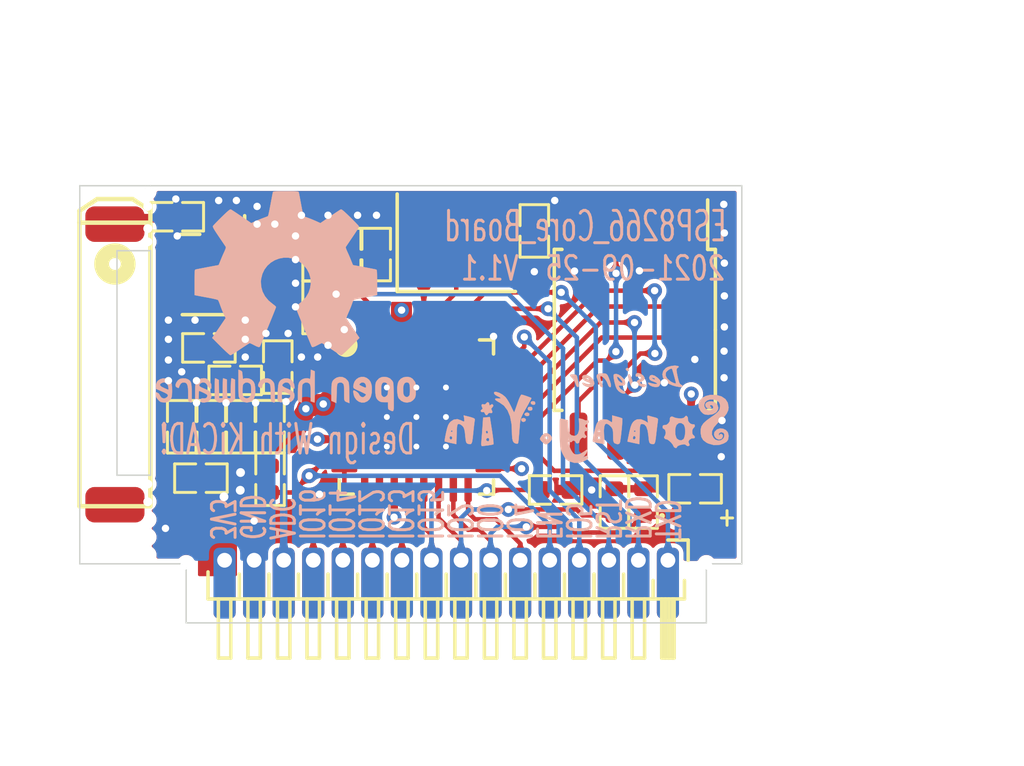
<source format=kicad_pcb>
(kicad_pcb (version 20211014) (generator pcbnew)
  (title_block (title "ESP8266_CORE_BOARD") (date "2021-10-05") (rev "V1.1") (company "XBXIOT"))
  (layers (0 "F.Cu" signal) (1 "In1.Cu" signal "GND.Cu") (2 "In2.Cu" signal "PWR.Cu") (31 "B.Cu" signal) (34 "B.Paste" user) (35 "F.Paste" user) (36 "B.SilkS" user "B.Silkscreen") (37 "F.SilkS" user "F.Silkscreen") (38 "B.Mask" user) (39 "F.Mask" user) (44 "Edge.Cuts" user))
  (net 0 "")
  (net 1 "Net-(C1-Pad2)")
  (net 2 "GND")
  (net 3 "Net-(C2-Pad2)")
  (net 4 "/~{RESET}")
  (net 5 "+3V3")
  (net 6 "/EN")
  (net 7 "/IO0")
  (net 8 "/IO2")
  (net 9 "/IO15")
  (net 10 "Net-(R6-Pad1)")
  (net 11 "/IO5")
  (net 12 "/D1")
  (net 13 "/D0")
  (net 14 "/CLK")
  (net 15 "/CS")
  (net 16 "/IO10")
  (net 17 "/IO9")
  (net 18 "/IO4")
  (net 19 "/IO13")
  (net 20 "/IO12")
  (net 21 "/IO14")
  (net 22 "/IO16")
  (net 23 "/ADC")
  (net 24 "Net-(U1-Pad5)")
  (net 25 "/RXD")
  (net 26 "/TXD")
  (net 27 "/RF_2")
  (net 28 "/RF_1")
  (net 29 "Net-(D1-Pad2)")
  (net 30 "Net-(J3-Pad2)")
  (net 31 "Net-(J3-Pad1)")
  (net 32 "/~RESET~")
  (footprint "xbx_lib_footprints:CAP_0402" (layer "F.Cu") (at 144.42008 81.9 90)
    (fp_text reference "C2" hide)
    (fp_text value "10pf" hide)
  )
  (footprint "xbx_lib_footprints:CAP_0402" (layer "F.Cu") (at 132.48992 88.53 -90)
    (fp_text reference "C8" hide)
    (fp_text value "104" hide)
  )
  (footprint "xbx_lib_footprints:CAP_0402" (layer "F.Cu") (at 133.14 90.27 180)
    (fp_text reference "C10" hide)
    (fp_text value "105" hide)
  )
  (footprint "Crystal:Crystal_SMD_3225-4Pin_3.2x2.5mm" (layer "F.Cu") (at 141.78 82.3)
    (fp_text reference "Y1" hide)
    (fp_text value "26MHz/10ppm")
  )
  (footprint "Package_DFN_QFN:QFN-32-1EP_5x5mm_P0.5mm_EP3.45x3.45mm_ThermalVias" (layer "F.Cu") (at 140.43 88.2)
    (fp_text reference "U1" hide)
    (fp_text value "ESP8266EX")
  )
  (footprint "xbx_lib_footprints:CAP_0402" (layer "F.Cu") (at 135.4786 88.528 -90)
    (fp_text reference "C4" hide)
    (fp_text value "104" hide)
  )
  (footprint "xbx_lib_footprints:CAP_0402" (layer "F.Cu") (at 139.07 82.7 -90)
    (fp_text reference "C1" hide)
    (fp_text value "10pf" hide)
  )
  (footprint "xbx_lib_footprints:RES_0402" (layer "F.Cu") (at 138.07 82.7 90)
    (fp_text reference "R6" hide)
    (fp_text value "12K/1%" hide)
  )
  (footprint "xbx_lib_footprints:CAP_0402" (layer "F.Cu") (at 134.48992 88.53 -90)
    (fp_text reference "C5" hide)
    (fp_text value "104" hide)
  )
  (footprint "xbx_lib_footprints:CAP_0402" (layer "F.Cu") (at 133.48992 88.53 -90)
    (fp_text reference "C7" hide)
    (fp_text value "104" hide)
  )
  (footprint "xbx_lib_footprints:RES_0402" (layer "F.Cu") (at 148.1 91.08 -90)
    (fp_text reference "R2" hide)
    (fp_text value "10K" hide)
  )
  (footprint "xbx_lib_footprints:PinHeader_1x16_P1.00mm_Horizontal_Edge" (layer "F.Cu") (at 148.94 93.05 -90)
    (fp_text reference "J2" hide)
    (fp_text value "Conn_01x16")
  )
  (footprint "xbx_lib_footprints:RES_0402" (layer "F.Cu") (at 149.86 90.62992 180)
    (fp_text reference "R7" hide)
    (fp_text value "470" hide)
  )
  (footprint "xbx_lib_footprints:RES_0402" (layer "F.Cu") (at 145.14 90.67 180)
    (fp_text reference "R4" hide)
    (fp_text value "10K" hide)
  )
  (footprint "LED_SMD:LED_0402_1005Metric" (layer "F.Cu") (at 149.83 91.55)
    (fp_text reference "D1" hide)
    (fp_text value "LED")
  )
  (footprint "xbx_lib_footprints:RES_0402" (layer "F.Cu") (at 147.13 91.08 -90)
    (fp_text reference "R3" hide)
    (fp_text value "10K" hide)
  )
  (footprint "xbx_lib_footprints:CAP_0402" (layer "F.Cu") (at 137.07 82.7 -90)
    (fp_text reference "C3" hide)
    (fp_text value "104/NC" hide)
  )
  (footprint "xbx_lib_footprints:RES_0402" (layer "F.Cu") (at 135.4786 90.306 -90)
    (fp_text reference "R1" hide)
    (fp_text value "10K" hide)
  )
  (footprint "Package_SO:SOIC-8_5.23x5.23mm_P1.27mm" (layer "F.Cu") (at 147.82 85.25 -90)
    (fp_text reference "U2" hide)
    (fp_text value "W25Q32JVSS")
  )
  (footprint "Connector_Coaxial:U.FL_Hirose_U.FL-R-SMT-1_Vertical" (layer "F.Cu") (at 133.86 82.9 -90)
    (fp_text reference "J1" hide)
    (fp_text value "IPEX_ANT")
  )
  (footprint "xbx_lib_footprints:RES_0402" (layer "F.Cu") (at 137.07 84.49 90)
    (fp_text reference "R5" hide)
    (fp_text value "10K" hide)
  )
  (footprint "xbx_lib_footprints:ANT_AN9520" (layer "F.Cu") (at 130.23 86.42 -90)
    (fp_text reference "J3" hide)
    (fp_text value "SMT_ANT")
  )
  (footprint "xbx_lib_footprints:L_0402" (layer "F.Cu") (at 135.73992 86.51 -90)
    (fp_text reference "L1" hide)
    (fp_text value "1.6nH" hide)
  )
  (footprint "xbx_lib_footprints:CAP_0402" (layer "F.Cu") (at 134.3 86.96008)
    (fp_text reference "C6" hide)
    (fp_text value "10pf" hide)
  )
  (footprint "xbx_lib_footprints:CAP_0402" (layer "F.Cu") (at 133.41 85.86008)
    (fp_text reference "C9" hide)
    (fp_text value "2.4pf" hide)
  )
  (footprint "xbx_lib_footprints:RES_0402" (layer "F.Cu") (at 132.34 81.42)
    (fp_text reference "R8" hide)
    (fp_text value "NC")
  )
  (footprint "xbx_lib_footprints:NTH-0.3mm" (layer "F.Cu") (at 131.34 82.27)
    (fp_text reference "REF**" hide)
    (fp_text value "NTH-0.3mm" hide)
  )
  (footprint "xbx_lib_footprints:NTH-0.3mm" (layer "F.Cu") (at 131.34 90.47)
    (fp_text reference "REF**" hide)
    (fp_text value "NTH-0.3mm" hide)
  )
  (footprint "xbx_lib_footprints:NTH-0.3mm" (layer "F.Cu") (at 150.29 93.22)
    (fp_text reference "REF**" hide)
    (fp_text value "NTH-0.3mm" hide)
  )
  (footprint "xbx_lib_footprints:NTH-0.3mm" (layer "F.Cu") (at 131.34 92.87)
    (fp_text reference "REF**" hide)
    (fp_text value "NTH-0.3mm" hide)
  )
  (footprint "xbx_lib_footprints:NTH-0.3mm" (layer "F.Cu") (at 131.34 81.82)
    (fp_text reference "REF**" hide)
    (fp_text value "NTH-0.3mm" hide)
  )
  (footprint "xbx_lib_footprints:NTH-0.3mm" (layer "F.Cu") (at 132.59 93.22)
    (fp_text reference "REF**" hide)
    (fp_text value "NTH-0.3mm" hide)
  )
  (footprint "xbx_lib_footprints:NTH-0.3mm" (layer "F.Cu") (at 131.34 80.57)
    (fp_text reference "REF**" hide)
    (fp_text value "NTH-0.3mm" hide)
  )
  (footprint "xbx_lib_footprints:NTH-0.3mm" (layer "F.Cu") (at 131.34 91.07)
    (fp_text reference "REF**" hide)
    (fp_text value "NTH-0.3mm" hide)
  )
  (footprint "xbx_lib_footprints:NTH-0.3mm" (layer "F.Cu") (at 131.34 91.67)
    (fp_text reference "REF**" hide)
    (fp_text value "NTH-0.3mm" hide)
  )
  (footprint "xbx_lib_footprints:NTH-0.3mm" (layer "F.Cu") (at 131.34 81.07)
    (fp_text reference "REF**" hide)
    (fp_text value "NTH-0.3mm" hide)
  )
  (footprint "xbx_lib_footprints:NTH-0.3mm" (layer "F.Cu") (at 131.34 92.27)
    (fp_text reference "REF**" hide)
    (fp_text value "NTH-0.3mm" hide)
  )
  (footprint "xbx_lib_footprints:LOGO_YIN_10X3.5MM" (layer "B.Cu") (at 146.1974 87.9184 180)
    (fp_text reference "LG2" hide)
    (fp_text value "LOGO_YIN" hide)
  )
  (footprint "Symbol:OSHW-Logo2_9.8x8mm_SilkScreen" (layer "B.Cu") (at 136.012 84.27 180)
    (fp_text reference "LG1" hide)
    (fp_text value "Logo_Open_Hardware_Small" hide)
  )
  (gr_circle (center 138.04 85.77) (end 138.14 85.77) (layer "F.SilkS") (width 0.3) (fill none))
  (gr_line (start 132.64 95.17) (end 150.24 95.17) (layer "Edge.Cuts") (width 0.05))
  (gr_line (start 150.24 93.17) (end 151.44 93.17) (layer "Edge.Cuts") (width 0.05))
  (gr_line (start 150.24 93.17) (end 150.24 95.17) (layer "Edge.Cuts") (width 0.05))
  (gr_line (start 151.44 93.17) (end 151.44 80.37) (layer "Edge.Cuts") (width 0.05))
  (gr_line (start 151.44 80.37) (end 131.44 80.37) (layer "Edge.Cuts") (width 0.05))
  (gr_line (start 131.44 82.57) (end 131.44 90.17) (layer "Edge.Cuts") (width 0.05))
  (gr_line (start 129.04 82.57) (end 129.04 90.17) (layer "Edge.Cuts") (width 0.05))
  (gr_line (start 130.3 82.57) (end 130.3 90.17) (layer "Edge.Cuts") (width 0.05))
  (gr_line (start 132.64 93.17) (end 129.04 93.17) (layer "Edge.Cuts") (width 0.05))
  (gr_line (start 130.3 82.57) (end 131.44 82.57) (layer "Edge.Cuts") (width 0.05))
  (gr_line (start 129.04 82.57) (end 129.04 80.37) (layer "Edge.Cuts") (width 0.05))
  (gr_line (start 129.04 93.17) (end 129.04 90.17) (layer "Edge.Cuts") (width 0.05))
  (gr_line (start 131.44 80.37) (end 129.04 80.37) (layer "Edge.Cuts") (width 0.05))
  (gr_line (start 132.64 93.17) (end 132.64 95.17) (layer "Edge.Cuts") (width 0.05))
  (gr_line (start 130.3 90.17) (end 131.44 90.17) (layer "Edge.Cuts") (width 0.05))
  (gr_text "2021-09-25  V1.1" (at 146.4006 83.1686) (layer "B.SilkS") (effects (font (size 0.8 0.6) (thickness 0.1)) (justify mirror)))
  (gr_text "TXD" (at 148.909995 91.668571 -90) (layer "B.SilkS") (effects (font (size 0.8 0.5) (thickness 0.1)) (justify mirror)))
  (gr_text "ESP8266_Core_Board" (at 146.1466 81.7462) (layer "B.SilkS") (effects (font (size 1 0.6) (thickness 0.1)) (justify mirror)))
  (gr_text "IO15" (at 140.883331 91.49 270) (layer "B.SilkS") (effects (font (size 0.8 0.5) (thickness 0.1)) (justify mirror)))
  (gr_text "IO13" (at 139.879998 91.49 270) (layer "B.SilkS") (effects (font (size 0.8 0.5) (thickness 0.1)) (justify mirror)))
  (gr_text "IO4" (at 143.89333 91.728095 270) (layer "B.SilkS") (effects (font (size 0.8 0.5) (thickness 0.1)) (justify mirror)))
  (gr_text "Design With KiCAD!" (at 136.0628 88.9598) (layer "B.SilkS") (effects (font (size 1 0.6) (thickness 0.1)) (justify mirror)))
  (gr_text "GND" (at 134.863333 91.585238 270) (layer "B.SilkS") (effects (font (size 0.8 0.5) (thickness 0.1)) (justify mirror)))
  (gr_text "IO16" (at 136.869999 91.49 270) (layer "B.SilkS") (effects (font (size 0.8 0.5) (thickness 0.1)) (justify mirror)))
  (gr_text "IO5" (at 145.899996 91.728095 -90) (layer "B.SilkS") (effects (font (size 0.8 0.5) (thickness 0.1)) (justify mirror)))
  (gr_text "3V3" (at 133.86 91.656667 270) (layer "B.SilkS") (effects (font (size 0.8 0.5) (thickness 0.1)) (justify mirror)))
  (gr_text "RST" (at 146.903329 91.668571 270) (layer "B.SilkS") (effects (font (size 0.8 0.5) (thickness 0.1)) (justify mirror)))
  (gr_text "IO2" (at 141.886664 91.728095 270) (layer "B.SilkS") (effects (font (size 0.8 0.5) (thickness 0.1)) (justify mirror)))
  (gr_text "EN" (at 144.896663 91.859048 -90) (layer "B.SilkS") (effects (font (size 0.8 0.5) (thickness 0.1)) (justify mirror)))
  (gr_text "RXD" (at 147.906662 91.609048 -90) (layer "B.SilkS") (effects (font (size 0.8 0.5) (thickness 0.1)) (justify mirror)))
  (gr_text "IO14" (at 137.873332 91.49 270) (layer "B.SilkS") (effects (font (size 0.8 0.5) (thickness 0.1)) (justify mirror)))
  (gr_text "ADC" (at 135.866666 91.632857 -90) (layer "B.SilkS") (effects (font (size 0.8 0.5) (thickness 0.1)) (justify mirror)))
  (gr_text "IO0" (at 142.889997 91.728095 270) (layer "B.SilkS") (effects (font (size 0.8 0.5) (thickness 0.1)) (justify mirror)))
  (gr_text "IO12" (at 138.876665 91.49 270) (layer "B.SilkS") (effects (font (size 0.8 0.5) (thickness 0.1)) (justify mirror)))
  (gr_text "+" (at 150.94 91.57) (layer "F.SilkS") (effects (font (size 0.65 0.5) (thickness 0.1))))
  (segment (start 140.68 85.7625) (end 140.68 83.15) (width 0.1524) (layer "F.Cu") (net 1))
  (segment (start 139.07008 83.15) (end 140.68 83.15) (width 0.1524) (layer "F.Cu") (net 1))
  (segment (start 134.94 92.08) (end 134.94 91.72) (width 0.7) (layer "F.Cu") (net 2))
  (segment (start 134.94 91.72) (end 134.94 91.65) (width 0.7) (layer "F.Cu") (net 2))
  (segment (start 131.853001 82.075) (end 131.853001 82.081441) (width 0.152) (layer "F.Cu") (net 2))
  (segment (start 134.47 90.68) (end 134.47 91.25) (width 0.5) (layer "F.Cu") (net 2))
  (segment (start 134.47 91.25) (end 134.94 91.72) (width 0.5) (layer "F.Cu") (net 2))
  (segment (start 132.335 82.075) (end 131.853001 82.075) (width 0.152) (layer "F.Cu") (net 2))
  (segment (start 146.35992 90.67008) (end 146.36 90.67) (width 0.1524) (layer "F.Cu") (net 2))
  (segment (start 133.59 90.27008) (end 134.06008 90.27008) (width 0.152) (layer "F.Cu") (net 2))
  (segment (start 145.59 90.67008) (end 146.35992 90.67008) (width 0.1524) (layer "F.Cu") (net 2))
  (segment (start 134.94 93.05) (end 134.94 92.08) (width 0.7) (layer "F.Cu") (net 2))
  (segment (start 132.34 82.07) (end 132.335 82.075) (width 0.152) (layer "F.Cu") (net 2))
  (segment (start 134.06008 90.27008) (end 134.47 90.68) (width 0.152) (layer "F.Cu") (net 2))
  (via (at 133.92 90.9) (size 0.6) (drill 0.3) (layers "F.Cu" "B.Cu") (net 2))
  (via (at 134.47 90.68) (size 0.6) (drill 0.3) (layers "F.Cu" "B.Cu") (net 2))
  (via (at 150.77 88.32) (size 0.5) (drill 0.25) (layers "F.Cu" "B.Cu") (net 2))
  (via (at 134.48 90.08) (size 0.6) (drill 0.3) (layers "F.Cu" "B.Cu") (net 2))
  (via (at 150.85 85.15) (size 0.5) (drill 0.25) (layers "F.Cu" "B.Cu") (net 2))
  (via (at 150.84 85.97) (size 0.5) (drill 0.25) (layers "F.Cu" "B.Cu") (net 2))
  (via (at 136.34 83.67) (size 0.5) (drill 0.25) (layers "F.Cu" "B.Cu") (net 2))
  (via (at 145.78 83.26) (size 0.5) (drill 0.25) (layers "F.Cu" "B.Cu") (net 2))
  (via (at 134.94 91.72) (size 0.5) (drill 0.25) (layers "F.Cu" "B.Cu") (net 2))
  (via (at 135.34 85.37) (size 0.5) (drill 0.25) (layers "F.Cu" "B.Cu") (net 2))
  (via (at 132.99 87.72) (size 0.5) (drill 0.25) (layers "F.Cu" "B.Cu") (net 2))
  (via (at 135.04 81.07) (size 0.5) (drill 0.25) (layers "F.Cu" "B.Cu") (net 2))
  (via (at 133.74 80.87) (size 0.5) (drill 0.25) (layers "F.Cu" "B.Cu") (net 2))
  (via (at 136.02 87.68) (size 0.5) (drill 0.25) (layers "F.Cu" "B.Cu") (net 2))
  (via (at 134.99 87.72) (size 0.5) (drill 0.25) (layers "F.Cu" "B.Cu") (net 2))
  (via (at 136.54 86.17) (size 0.5) (drill 0.25) (layers "F.Cu" "B.Cu") (net 2))
  (via (at 136.09 85.37) (size 0.5) (drill 0.25) (layers "F.Cu" "B.Cu") (net 2))
  (via (at 132.04 86.27) (size 0.5) (drill 0.25) (layers "F.Cu" "B.Cu") (net 2))
  (via (at 132.99 86.97) (size 0.5) (drill 0.25) (layers "F.Cu" "B.Cu") (net 2))
  (via (at 144.42 83.28) (size 0.5) (drill 0.25) (layers "F.Cu" "B.Cu") (net 2))
  (via (at 136.34 82.87) (size 0.5) (drill 0.25) (layers "F.Cu" "B.Cu") (net 2))
  (via (at 138.44 81.37) (size 0.5) (drill 0.25) (layers "F.Cu" "B.Cu") (net 2))
  (via (at 133.99 87.72) (size 0.5) (drill 0.25) (layers "F.Cu" "B.Cu") (net 2))
  (via (at 137.15 90.814) (size 0.5) (drill 0.25) (layers "F.Cu" "B.Cu") (net 2))
  (via (at 132.94 84.92) (size 0.5) (drill 0.25) (layers "F.Cu" "B.Cu") (net 2))
  (via (at 150.84 86.87) (size 0.5) (drill 0.25) (layers "F.Cu" "B.Cu") (net 2))
  (via (at 134.64 85.57) (size 0.5) (drill 0.25) (layers "F.Cu" "B.Cu") (net 2))
  (via (at 134.34 80.87) (size 0.5) (drill 0.25) (layers "F.Cu" "B.Cu") (net 2))
  (via (at 147.975 83.25) (size 0.5) (drill 0.25) (layers "F.Cu" "B.Cu") (net 2))
  (via (at 132.04 85.57) (size 0.5) (drill 0.25) (layers "F.Cu" "B.Cu") (net 2))
  (via (at 136.34 82.07) (size 0.5) (drill 0.25) (layers "F.Cu" "B.Cu") (net 2))
  (via (at 132.04 86.97) (size 0.5) (drill 0.25) (layers "F.Cu" "B.Cu") (net 2))
  (via (at 143.04 85.47) (size 0.5) (drill 0.25) (layers "F.Cu" "B.Cu") (net 2))
  (via (at 150.83 81) (size 0.5) (drill 0.25) (layers "F.Cu" "B.Cu") (net 2))
  (via (at 137.09 86.17) (size 0.5) (drill 0.25) (layers "F.Cu" "B.Cu") (net 2))
  (via (at 139.08 81.37) (size 0.5) (drill 0.25) (layers "F.Cu" "B.Cu") (net 2))
  (via (at 132.34 82.07) (size 0.45) (drill 0.25) (layers "F.Cu" "B.Cu") (net 2))
  (via (at 134.64 86.17) (size 0.5) (drill 0.25) (layers "F.Cu" "B.Cu") (net 2))
  (via (at 150.744 89.544) (size 0.5) (drill 0.25) (layers "F.Cu" "B.Cu") (net 2))
  (via (at 150.85 82.99) (size 0.5) (drill 0.25) (layers "F.Cu" "B.Cu") (net 2))
  (via (at 136.54 81.37) (size 0.5) (drill 0.25) (layers "F.Cu" "B.Cu") (net 2))
  (via (at 137.44 85.77) (size 0.5) (drill 0.25) (layers "F.Cu" "B.Cu") (net 2))
  (via (at 149.85 86.25) (size 0.5) (drill 0.25) (layers "F.Cu" "B.Cu") (net 2))
  (via (at 134.64 84.92) (size 0.5) (drill 0.25) (layers "F.Cu" "B.Cu") (net 2))
  (via (at 146.36 90.67) (size 0.5) (drill 0.25) (layers "F.Cu" "B.Cu") (net 2))
  (via (at 136.34 84.47) (size 0.5) (drill 0.25) (layers "F.Cu" "B.Cu") (net 2))
  (via (at 132.04 84.92) (size 0.5) (drill 0.25) (layers "F.Cu" "B.Cu") (net 2))
  (via (at 148.82 87.04) (size 0.5) (drill 0.25) (layers "F.Cu" "B.Cu") (net 2))
  (via (at 132.29 80.82) (size 0.45) (drill 0.25) (layers "F.Cu" "B.Cu") (net 2))
  (via (at 137.44 81.37) (size 0.5) (drill 0.25) (layers "F.Cu" "B.Cu") (net 2))
  (via (at 132.49 86.67) (size 0.5) (drill 0.25) (layers "F.Cu" "B.Cu") (net 2))
  (via (at 145.11 80.87) (size 0.5) (drill 0.25) (layers "F.Cu" "B.Cu") (net 2))
  (via (at 150.85 81.97) (size 0.5) (drill 0.25) (layers "F.Cu" "B.Cu") (net 2))
  (via (at 135.64 81.67) (size 0.5) (drill 0.25) (layers "F.Cu" "B.Cu") (net 2))
  (via (at 131.94 91.97) (size 0.5) (drill 0.25) (layers "F.Cu" "B.Cu") (net 2))
  (via (at 150.85 84.1) (size 0.5) (drill 0.25) (layers "F.Cu" "B.Cu") (net 2))
  (via (at 135.04 81.67) (size 0.5) (drill 0.25) (layers "F.Cu" "B.Cu") (net 2))
  (segment (start 142.88 81.45) (end 144.42 81.45) (width 0.1524) (layer "F.Cu") (net 3))
  (segment (start 141.7778 82.3558) (end 142.6836 81.45) (width 0.1524) (layer "F.Cu") (net 3))
  (segment (start 142.6836 81.45) (end 142.88 81.45) (width 0.1524) (layer "F.Cu") (net 3))
  (segment (start 141.7778 83.9814) (end 141.7778 82.3558) (width 0.1524) (layer "F.Cu") (net 3))
  (segment (start 141.18 84.5792) (end 141.7778 83.9814) (width 0.1524) (layer "F.Cu") (net 3))
  (segment (start 141.18 85.7625) (end 141.18 84.5792) (width 0.1524) (layer "F.Cu") (net 3))
  (segment (start 137.06992 84.04) (end 137.06992 83.15016) (width 0.1524) (layer "F.Cu") (net 4))
  (segment (start 137.06992 83.15016) (end 137.07008 83.15) (width 0.1524) (layer "F.Cu") (net 4))
  (segment (start 137.06992 84.04) (end 137.713708 84.04) (width 0.1524) (layer "F.Cu") (net 4))
  (segment (start 138.68 85.7625) (end 138.68 85.006292) (width 0.1524) (layer "F.Cu") (net 4))
  (segment (start 137.713708 84.04) (end 137.713708 84.04) (width 0.1524) (layer "F.Cu") (net 4))
  (segment (start 137.713708 84.04) (end 138.68 85.006292) (width 0.1524) (layer "F.Cu") (net 4))
  (via (at 137.713708 84.04) (size 0.5) (drill 0.25) (layers "F.Cu" "B.Cu") (net 4))
  (segment (start 143.55 84.04) (end 145.39 85.88) (width 0.1524) (layer "B.Cu") (net 4))
  (segment (start 145.39 90.47) (end 146.94 92.02) (width 0.1524) (layer "B.Cu") (net 4))
  (segment (start 145.39 85.88) (end 145.39 90.47) (width 0.1524) (layer "B.Cu") (net 4))
  (segment (start 146.94 92.02) (end 146.94 93.05) (width 0.1524) (layer "B.Cu") (net 4))
  (segment (start 137.713708 84.04) (end 143.55 84.04) (width 0.1524) (layer "B.Cu") (net 4))
  (segment (start 136.69 87.92) (end 136.69 88.23) (width 0.1524) (layer "F.Cu") (net 5))
  (segment (start 135.5366 89.03592) (end 135.47868 88.978) (width 0.254) (layer "F.Cu") (net 5))
  (segment (start 139.68 84.8814) (end 139.8016 84.7598) (width 0.25) (layer "F.Cu") (net 5))
  (segment (start 134.49 88.98) (end 132.49 88.98) (width 0.152) (layer "F.Cu") (net 5))
  (segment (start 136.85 87.76) (end 136.69 87.92) (width 0.1524) (layer "F.Cu") (net 5))
  (segment (start 137.28 87.76) (end 137.28 87.83) (width 0.1524) (layer "F.Cu") (net 5))
  (segment (start 137.4 87.95) (end 137.9925 87.95) (width 0.1524) (layer "F.Cu") (net 5))
  (segment (start 149.41 90.06) (end 149.41 90.63) (width 0.254) (layer "F.Cu") (net 5))
  (segment (start 132.4864 88.9762) (end 132.4864 90.3224) (width 0.25) (layer "F.Cu") (net 5))
  (segment (start 137.99 86.4475) (end 137.9925 86.45) (width 0.2) (layer "F.Cu") (net 5))
  (segment (start 149.725 87.425) (end 149.73 87.42) (width 0.254) (layer "F.Cu") (net 5))
  (segment (start 139.68 90.6375) (end 139.68 91.587) (width 0.25) (layer "F.Cu") (net 5))
  (segment (start 142.8675 89.95) (end 143.990002 89.95) (width 0.1524) (layer "F.Cu") (net 5))
  (segment (start 137.28 87.83) (end 137.4 87.95) (width 0.1524) (layer "F.Cu") (net 5))
  (segment (start 139.68 85.7625) (end 139.68 84.8814) (width 0.25) (layer "F.Cu") (net 5))
  (segment (start 149.725 88.85) (end 149.725 87.425) (width 0.254) (layer "F.Cu") (net 5))
  (segment (start 139.68 91.587) (end 139.6746 91.5924) (width 0.25) (layer "F.Cu") (net 5))
  (segment (start 137.9925 87.45) (end 137.9925 87.95) (width 0.1524) (layer "F.Cu") (net 5))
  (segment (start 134.49 88.98) (end 135.47668 88.98) (width 0.1524) (layer "F.Cu") (net 5))
  (segment (start 149.725 89.745) (end 149.41 90.06) (width 0.254) (layer "F.Cu") (net 5))
  (segment (start 149.41 90.63) (end 147.13008 90.63) (width 0.254) (layer "F.Cu") (net 5))
  (segment (start 139.8016 84.7598) (end 140.0556 84.7598) (width 0.25) (layer "F.Cu") (net 5))
  (segment (start 137.06992 84.94) (end 137.69 84.94) (width 0.2) (layer "F.Cu") (net 5))
  (segment (start 149.725 88.85) (end 149.725 89.745) (width 0.254) (layer "F.Cu") (net 5))
  (segment (start 135.47868 89.856) (end 135.47868 88.978) (width 0.254) (layer "F.Cu") (net 5))
  (segment (start 137.28 87.76) (end 136.85 87.76) (width 0.1524) (layer "F.Cu") (net 5))
  (segment (start 135.47668 88.98) (end 135.47868 88.978) (width 0.1524) (layer "F.Cu") (net 5))
  (segment (start 140.18 85.7625) (end 140.18 84.8842) (width 0.25) (layer "F.Cu") (net 5))
  (segment (start 137.69 84.94) (end 137.99 85.24) (width 0.2) (layer "F.Cu") (net 5))
  (segment (start 135.942 88.978) (end 135.47868 88.978) (width 0.1524) (layer "F.Cu") (net 5))
  (segment (start 136.69 88.23) (end 135.942 88.978) (width 0.1524) (layer "F.Cu") (net 5))
  (segment (start 137.99 85.24) (end 137.99 86.4475) (width 0.2) (layer "F.Cu") (net 5))
  (segment (start 140.18 84.8842) (end 140.0556 84.7598) (width 0.25) (layer "F.Cu") (net 5))
  (via (at 137.99 85.24) (size 0.5) (drill 0.25) (layers "F.Cu" "B.Cu") (net 5))
  (via (at 136.69 87.92) (size 0.5) (drill 0.25) (layers "F.Cu" "B.Cu") (net 5))
  (via (at 139.6746 91.5924) (size 0.5) (drill 0.25) (layers "F.Cu" "B.Cu") (net 5))
  (via (at 137.28 87.76) (size 0.5) (drill 0.25) (layers "F.Cu" "B.Cu") (net 5))
  (via (at 149.73 87.42) (size 0.5) (drill 0.25) (layers "F.Cu" "B.Cu") (net 5))
  (via (at 143.990002 89.95) (size 0.5) (drill 0.25) (layers "F.Cu" "B.Cu") (net 5))
  (via (at 139.9286 84.582) (size 0.5) (drill 0.25) (layers "F.Cu" "B.Cu") (net 5))
  (segment (start 137.54 89.45) (end 136.8 90.19) (width 0.1524) (layer "F.Cu") (net 6))
  (segment (start 135.47868 90.756) (end 136.234 90.756) (width 0.1524) (layer "F.Cu") (net 6))
  (segment (start 136.234 90.756) (end 136.8 90.19) (width 0.1524) (layer "F.Cu") (net 6))
  (segment (start 137.9925 89.45) (end 137.54 89.45) (width 0.1524) (layer "F.Cu") (net 6))
  (via (at 136.8 90.19) (size 0.5) (drill 0.25) (layers "F.Cu" "B.Cu") (net 6))
  (segment (start 144.94 93.05) (end 144.94 91.865) (width 0.1524) (layer "B.Cu") (net 6))
  (segment (start 144.94 91.865) (end 143.265 90.19) (width 0.1524) (layer "B.Cu") (net 6))
  (segment (start 143.265 90.19) (end 136.8 90.19) (width 0.1524) (layer "B.Cu") (net 6))
  (segment (start 142.94 93.05) (end 142.94 92.39) (width 0.1524) (layer "F.Cu") (net 7))
  (segment (start 145.6 91.92) (end 145.79 92.11) (width 0.1524) (layer "F.Cu") (net 7))
  (segment (start 147.52008 92.11) (end 148.10008 91.53) (width 0.1524) (layer "F.Cu") (net 7))
  (segment (start 142.175 92.015) (end 142.565 92.015) (width 0.1524) (layer "F.Cu") (net 7))
  (segment (start 149.325 91.53) (end 149.345 91.55) (width 0.254) (layer "F.Cu") (net 7))
  (segment (start 145.79 92.11) (end 147.52008 92.11) (width 0.1524) (layer "F.Cu") (net 7))
  (segment (start 142.94 92.39) (end 142.565 92.015) (width 0.1524) (layer "F.Cu") (net 7))
  (segment (start 141.68 90.6375) (end 141.68 91.52) (width 0.1524) (layer "F.Cu") (net 7))
  (segment (start 144.15 91.92) (end 145.6 91.92) (width 0.1524) (layer "F.Cu") (net 7))
  (segment (start 148.10008 91.53) (end 149.325 91.53) (width 0.254) (layer "F.Cu") (net 7))
  (segment (start 141.68 91.52) (end 142.175 92.015) (width 0.1524) (layer "F.Cu") (net 7))
  (via (at 144.15 91.92) (size 0.5) (drill 0.25) (layers "F.Cu" "B.Cu") (net 7))
  (segment (start 144.15 91.92) (end 143.17 91.92) (width 0.1524) (layer "B.Cu") (net 7))
  (segment (start 142.94 92.15) (end 142.94 93.05) (width 0.1524) (layer "B.Cu") (net 7))
  (segment (start 143.17 91.92) (end 142.94 92.15) (width 0.1524) (layer "B.Cu") (net 7))
  (segment (start 141.94 92.38) (end 141.18 91.62) (width 0.1524) (layer "F.Cu") (net 8))
  (segment (start 147.13008 91.53) (end 146.05 91.53) (width 0.1524) (layer "F.Cu") (net 8))
  (segment (start 145.85 91.33) (end 146.05 91.53) (width 0.1524) (layer "F.Cu") (net 8))
  (segment (start 141.18 91.62) (end 141.18 91.21) (width 0.1524) (layer "F.Cu") (net 8))
  (segment (start 141.18 91.21) (end 141.18 90.6375) (width 0.1524) (layer "F.Cu") (net 8))
  (segment (start 143.54 91.33) (end 145.85 91.33) (width 0.1524) (layer "F.Cu") (net 8))
  (segment (start 141.94 93.05) (end 141.94 92.38) (width 0.1524) (layer "F.Cu") (net 8))
  (via (at 143.54 91.33) (size 0.5) (drill 0.25) (layers "F.Cu" "B.Cu") (net 8))
  (segment (start 142.23 91.33) (end 141.94 91.62) (width 0.1524) (layer "B.Cu") (net 8))
  (segment (start 143.54 91.33) (end 142.23 91.33) (width 0.1524) (layer "B.Cu") (net 8))
  (segment (start 141.94 91.62) (end 141.94 93.05) (width 0.1524) (layer "B.Cu") (net 8))
  (segment (start 140.68 91.21) (end 140.68 90.6375) (width 0.1524) (layer "F.Cu") (net 9))
  (segment (start 140.68 91.93) (end 140.68 91.21) (width 0.1524) (layer "F.Cu") (net 9))
  (segment (start 140.94 92.19) (end 140.68 91.93) (width 0.1524) (layer "F.Cu") (net 9))
  (segment (start 144.69 90.67008) (end 142.82992 90.67008) (width 0.1524) (layer "F.Cu") (net 9))
  (segment (start 142.82992 90.67008) (end 142.81 90.69) (width 0.1524) (layer "F.Cu") (net 9))
  (segment (start 140.94 93.05) (end 140.94 92.19) (width 0.1524) (layer "F.Cu") (net 9))
  (via (at 142.81 90.69) (size 0.5) (drill 0.25) (layers "F.Cu" "B.Cu") (net 9))
  (segment (start 140.94 91) (end 141.25 90.69) (width 0.1524) (layer "B.Cu") (net 9))
  (segment (start 140.94 93.05) (end 140.94 91) (width 0.1524) (layer "B.Cu") (net 9))
  (segment (start 141.25 90.69) (end 142.81 90.69) (width 0.1524) (layer "B.Cu") (net 9))
  (segment (start 139.18 85.7625) (end 139.18 84.71) (width 0.1524) (layer "F.Cu") (net 10))
  (segment (start 138.06992 83.59992) (end 138.06992 83.15) (width 0.1524) (layer "F.Cu") (net 10))
  (segment (start 139.18 84.71) (end 138.06992 83.59992) (width 0.1524) (layer "F.Cu") (net 10))
  (segment (start 142.8675 86.45) (end 143.45 86.45) (width 0.1524) (layer "F.Cu") (net 11))
  (segment (start 143.45 86.45) (end 144.08 85.82) (width 0.1524) (layer "F.Cu") (net 11))
  (segment (start 144.08 85.82) (end 144.08 85.49) (width 0.1524) (layer "F.Cu") (net 11))
  (via (at 144.08 85.49) (size 0.5) (drill 0.25) (layers "F.Cu" "B.Cu") (net 11))
  (segment (start 144.94 90.69) (end 144.94 86.35) (width 0.1524) (layer "B.Cu") (net 11))
  (segment (start 145.94 91.69) (end 144.94 90.69) (width 0.1524) (layer "B.Cu") (net 11))
  (segment (start 144.94 86.35) (end 144.08 85.49) (width 0.1524) (layer "B.Cu") (net 11))
  (segment (start 145.94 93.05) (end 145.94 91.69) (width 0.1524) (layer "B.Cu") (net 11))
  (segment (start 143.53 86.95) (end 146.55821 83.92179) (width 0.1524) (layer "F.Cu") (net 12))
  (segment (start 147.25 86.81) (end 148.01 86.05) (width 0.1524) (layer "F.Cu") (net 12))
  (segment (start 146.55821 83.92179) (end 148.49 83.92179) (width 0.1524) (layer "F.Cu") (net 12))
  (segment (start 145.915 88.85) (end 145.915 87.665) (width 0.1524) (layer "F.Cu") (net 12))
  (segment (start 142.8675 86.95) (end 143.53 86.95) (width 0.1524) (layer "F.Cu") (net 12))
  (segment (start 146.77 86.81) (end 147.25 86.81) (width 0.1524) (layer "F.Cu") (net 12))
  (segment (start 148.01 86.05) (end 148.5 86.05) (width 0.1524) (layer "F.Cu") (net 12))
  (segment (start 145.915 87.665) (end 146.77 86.81) (width 0.1524) (layer "F.Cu") (net 12))
  (via (at 148.5 86.05) (size 0.5) (drill 0.25) (layers "F.Cu" "B.Cu") (net 12))
  (via (at 148.49 83.92179) (size 0.5) (drill 0.25) (layers "F.Cu" "B.Cu") (net 12))
  (segment (start 148.49 86.04) (end 148.5 86.05) (width 0.1524) (layer "B.Cu") (net 12))
  (segment (start 148.49 83.92179) (end 148.49 86.04) (width 0.1524) (layer "B.Cu") (net 12))
  (segment (start 149.19 83.57) (end 148.455 82.835) (width 0.1524) (layer "F.Cu") (net 13))
  (segment (start 146.61 84.46) (end 148.93 84.46) (width 0.1524) (layer "F.Cu") (net 13))
  (segment (start 148.93 84.46) (end 149.19 84.2) (width 0.1524) (layer "F.Cu") (net 13))
  (segment (start 149.19 84.2) (end 149.19 83.57) (width 0.1524) (layer "F.Cu") (net 13))
  (segment (start 148.455 82.835) (end 148.455 81.65) (width 0.1524) (layer "F.Cu") (net 13))
  (segment (start 142.8675 87.45) (end 143.62 87.45) (width 0.1524) (layer "F.Cu") (net 13))
  (segment (start 143.62 87.45) (end 146.61 84.46) (width 0.1524) (layer "F.Cu") (net 13))
  (segment (start 146.66 85) (end 147.809998 85) (width 0.1524) (layer "F.Cu") (net 14))
  (segment (start 147.185 88.85) (end 147.185 87.755) (width 0.1524) (layer "F.Cu") (net 14))
  (segment (start 147.185 87.755) (end 147.82 87.12) (width 0.1524) (layer "F.Cu") (net 14))
  (segment (start 143.71 87.95) (end 146.66 85) (width 0.1524) (layer "F.Cu") (net 14))
  (segment (start 142.8675 87.95) (end 143.71 87.95) (width 0.1524) (layer "F.Cu") (net 14))
  (via (at 147.809998 85) (size 0.5) (drill 0.25) (layers "F.Cu" "B.Cu") (net 14))
  (via (at 147.82 87.12) (size 0.5) (drill 0.25) (layers "F.Cu" "B.Cu") (net 14))
  (segment (start 147.809998 87.109998) (end 147.82 87.12) (width 0.1524) (layer "B.Cu") (net 14))
  (segment (start 147.809998 85) (end 147.809998 87.109998) (width 0.1524) (layer "B.Cu") (net 14))
  (segment (start 143.76 88.45) (end 146.7 85.51) (width 0.1524) (layer "F.Cu") (net 15))
  (segment (start 149.725 85.115) (end 149.725 81.65) (width 0.1524) (layer "F.Cu") (net 15))
  (segment (start 149.33 85.51) (end 149.725 85.115) (width 0.1524) (layer "F.Cu") (net 15))
  (segment (start 146.7 85.51) (end 149.33 85.51) (width 0.1524) (layer "F.Cu") (net 15))
  (segment (start 142.8675 88.45) (end 143.76 88.45) (width 0.1524) (layer "F.Cu") (net 15))
  (segment (start 147.185 83.335) (end 147.185 83.335) (width 0.1524) (layer "F.Cu") (net 16))
  (segment (start 147.18 85.98821) (end 146.87821 86.29) (width 0.1524) (layer "F.Cu") (net 16))
  (segment (start 143.89 88.95) (end 146.55 86.29) (width 0.1524) (layer "F.Cu") (net 16))
  (segment (start 147.185 81.65) (end 147.185 83.335) (width 0.1524) (layer "F.Cu") (net 16))
  (segment (start 142.8675 88.95) (end 143.89 88.95) (width 0.1524) (layer "F.Cu") (net 16))
  (segment (start 146.87821 86.29) (end 146.55 86.29) (width 0.1524) (layer "F.Cu") (net 16))
  (via (at 147.185 83.335) (size 0.5) (drill 0.25) (layers "F.Cu" "B.Cu") (net 16))
  (via (at 147.18 85.98821) (size 0.5) (drill 0.25) (layers "F.Cu" "B.Cu") (net 16))
  (segment (start 147.185 83.335) (end 147.185 85.98321) (width 0.1524) (layer "B.Cu") (net 16))
  (segment (start 147.185 85.98321) (end 147.18 85.98821) (width 0.1524) (layer "B.Cu") (net 16))
  (segment (start 144.52 89.45) (end 145.09 90.02) (width 0.1524) (layer "F.Cu") (net 17))
  (segment (start 148.26 90.02) (end 148.463 89.817) (width 0.1524) (layer "F.Cu") (net 17))
  (segment (start 142.8675 89.45) (end 144.52 89.45) (width 0.1524) (layer "F.Cu") (net 17))
  (segment (start 148.463 89.817) (end 148.463 88.8238) (width 0.1524) (layer "F.Cu") (net 17))
  (segment (start 145.09 90.02) (end 148.26 90.02) (width 0.1524) (layer "F.Cu") (net 17))
  (segment (start 142.41259 91.66259) (end 143.12259 91.66259) (width 0.1524) (layer "F.Cu") (net 18))
  (segment (start 143.12259 91.66259) (end 143.95 92.49) (width 0.1524) (layer "F.Cu") (net 18))
  (segment (start 142.18 90.6375) (end 142.18 91.43) (width 0.1524) (layer "F.Cu") (net 18))
  (segment (start 142.18 91.43) (end 142.41259 91.66259) (width 0.1524) (layer "F.Cu") (net 18))
  (segment (start 143.95 92.49) (end 143.95 93.06) (width 0.1524) (layer "F.Cu") (net 18))
  (segment (start 140.18 91.94) (end 140.18 91.245022) (width 0.1524) (layer "F.Cu") (net 19))
  (segment (start 140.18 91.245022) (end 140.18 90.6375) (width 0.1524) (layer "F.Cu") (net 19))
  (segment (start 139.94 93.05) (end 139.94 92.18) (width 0.1524) (layer "F.Cu") (net 19))
  (segment (start 139.94 92.18) (end 140.18 91.94) (width 0.1524) (layer "F.Cu") (net 19))
  (segment (start 138.94 92.0008) (end 139.18 91.7608) (width 0.1524) (layer "F.Cu") (net 20))
  (segment (start 139.18 91.7608) (end 139.18 90.6375) (width 0.1524) (layer "F.Cu") (net 20))
  (segment (start 138.94 93.05) (end 138.94 92.0008) (width 0.1524) (layer "F.Cu") (net 20))
  (segment (start 138.68 91.2702) (end 137.94 92.0102) (width 0.1524) (layer "F.Cu") (net 21))
  (segment (start 137.94 92.0102) (end 137.94 93.05) (width 0.1524) (layer "F.Cu") (net 21))
  (segment (start 138.68 90.6375) (end 138.68 91.2702) (width 0.1524) (layer "F.Cu") (net 21))
  (segment (start 136.94 93.05) (end 136.94 91.9942) (width 0.1524) (layer "F.Cu") (net 22))
  (segment (start 137.9925 90.9417) (end 137.9925 89.95) (width 0.1524) (layer "F.Cu") (net 22))
  (segment (start 136.94 91.9942) (end 137.9925 90.9417) (width 0.1524) (layer "F.Cu") (net 22))
  (segment (start 137.0838 88.9508) (end 137.2878 88.95) (width 0.25) (layer "F.Cu") (net 23))
  (segment (start 137.2878 88.95) (end 137.9925 88.95) (width 0.25) (layer "F.Cu") (net 23))
  (via (at 137.0838 88.9508) (size 0.5) (drill 0.25) (layers "F.Cu" "B.Cu") (net 23))
  (segment (start 135.94 93.05) (end 135.75 92.86) (width 0.254) (layer "B.Cu") (net 23))
  (segment (start 135.94 89.4128) (end 135.94 91.26) (width 0.254) (layer "B.Cu") (net 23))
  (segment (start 136.402 88.9508) (end 135.94 89.4128) (width 0.254) (layer "B.Cu") (net 23))
  (segment (start 137.0838 88.9508) (end 136.402 88.9508) (width 0.254) (layer "B.Cu") (net 23))
  (segment (start 135.94 91.26) (end 135.94 93.05) (width 0.254) (layer "B.Cu") (net 23))
  (segment (start 142.18 85.7625) (end 142.18 85.19) (width 0.1524) (layer "F.Cu") (net 25))
  (segment (start 142.18 85.19) (end 142.83582 84.53418) (width 0.1524) (layer "F.Cu") (net 25))
  (segment (start 142.83582 84.53418) (end 144.886573 84.53418) (width 0.1524) (layer "F.Cu") (net 25))
  (via (at 144.886573 84.53418) (size 0.5) (drill 0.25) (layers "F.Cu" "B.Cu") (net 25))
  (segment (start 145.86 85.507607) (end 145.86 89.39) (width 0.1524) (layer "B.Cu") (net 25))
  (segment (start 144.886573 84.53418) (end 145.86 85.507607) (width 0.1524) (layer "B.Cu") (net 25))
  (segment (start 145.86 89.39) (end 147.94 91.47) (width 0.1524) (layer "B.Cu") (net 25))
  (segment (start 147.94 91.47) (end 147.94 93.05) (width 0.1524) (layer "B.Cu") (net 25))
  (segment (start 141.68 85.7625) (end 141.68 85.06) (width 0.1524) (layer "F.Cu") (net 26))
  (segment (start 142.76 83.98) (end 145.329998 83.98) (width 0.1524) (layer "F.Cu") (net 26))
  (segment (start 141.68 85.06) (end 142.76 83.98) (width 0.1524) (layer "F.Cu") (net 26))
  (via (at 145.329998 83.98) (size 0.5) (drill 0.25) (layers "F.Cu" "B.Cu") (net 26))
  (segment (start 145.329998 83.98) (end 146.5 85.150002) (width 0.1524) (layer "B.Cu") (net 26))
  (segment (start 146.5 85.150002) (end 146.5 88.99) (width 0.1524) (layer "B.Cu") (net 26))
  (segment (start 146.5 88.99) (end 148.94 91.43) (width 0.1524) (layer "B.Cu") (net 26))
  (segment (start 148.94 91.43) (end 148.94 93.05) (width 0.1524) (layer "B.Cu") (net 26))
  (segment (start 133.86 81.85) (end 133.86 86.95) (width 0.293) (layer "F.Cu") (net 27))
  (segment (start 132.79 81.41992) (end 133.302362 81.41992) (width 0.293) (layer "F.Cu") (net 27))
  (segment (start 133.302362 81.41992) (end 133.352143 81.469701) (width 0.293) (layer "F.Cu") (net 27))
  (segment (start 133.86 86.95) (end 133.85 86.96) (width 0.293) (layer "F.Cu") (net 27))
  (segment (start 133.479701 81.469701) (end 133.86 81.85) (width 0.293) (layer "F.Cu") (net 27))
  (segment (start 133.352143 81.469701) (end 133.479701 81.469701) (width 0.293) (layer "F.Cu") (net 27))
  (segment (start 134.75 86.96) (end 135.74 86.96) (width 0.293) (layer "F.Cu") (net 28))
  (segment (start 135.75 86.95) (end 135.74 86.96) (width 0.293) (layer "F.Cu") (net 28))
  (segment (start 137.9925 86.95) (end 135.75 86.95) (width 0.293) (layer "F.Cu") (net 28))
  (segment (start 150.31 91.545) (end 150.315 91.55) (width 0.254) (layer "F.Cu") (net 29))
  (segment (start 150.31 91.585) (end 150.315 91.59) (width 0.2) (layer "F.Cu") (net 29))
  (segment (start 150.28 91.615) (end 150.315 91.65) (width 0.254) (layer "F.Cu") (net 29))
  (segment (start 150.31 90.63) (end 150.31 91.545) (width 0.254) (layer "F.Cu") (net 29))
  (segment (start 131.89 81.41992) (end 131.83992 81.47) (width 0.152) (layer "F.Cu") (net 31))
  (segment (start 131.83992 81.47) (end 130.43 81.47) (width 0.293) (layer "F.Cu") (net 31))
  (zone (net 0) (net_name "") (layer "F.Cu") (connect_pads yes (clearance 0)) (min_thickness 0.1)
    (keepout (tracks allowed) (vias not_allowed) (pads allowed) (copperpour not_allowed) (footprints allowed))
    (fill (thermal_gap 0.2) (thermal_bridge_width 0.3))
    (polygon (pts (xy 150.25 94.425) (xy 134.55 94.425) (xy 134.55 93.07) (xy 150.25 93.07)))
  )
  (zone (net 0) (net_name "") (layer "F.Cu") (connect_pads yes (clearance 0)) (min_thickness 0.1)
    (keepout (tracks allowed) (vias not_allowed) (pads allowed) (copperpour not_allowed) (footprints allowed))
    (fill (thermal_gap 0.2) (thermal_bridge_width 0.3))
    (polygon (pts (xy 134.94 84.514744) (xy 132.69 84.514744) (xy 132.69 82.014744) (xy 134.94 82.014744)))
  )
  (zone (net 31) (net_name "Net-(J3-Pad1)") (layer "F.Cu") (priority 16962) (connect_pads yes (clearance 0.152)) (min_thickness 0.0254) (fill yes (thermal_gap 0.508) (thermal_bridge_width 0.508))
    (polygon (pts (xy 131.46492 81.6165) (xy 131.506735 81.607269) (xy 131.544736 81.599611) (xy 131.578924 81.593524) (xy 131.609299 81.589008) (xy 131.63586 81.586065) (xy 131.658608 81.584692) (xy 131.677542 81.584892) (xy 131.692663 81.586663) (xy 131.703971 81.590005) (xy 131.711465 81.59492) (xy 132.015 81.41992) (xy 131.711465 81.24492) (xy 131.703971 81.250835) (xy 131.692663 81.257183) (xy 131.677542 81.263962) (xy 131.658608 81.271172) (xy 131.63586 81.278815) (xy 131.609299 81.286888) (xy 131.578924 81.295394) (xy 131.544736 81.304331) (xy 131.506735 81.313699) (xy 131.46492 81.3235)))
  )
  (zone (net 31) (net_name "Net-(J3-Pad1)") (layer "F.Cu") (priority 16962) (connect_pads yes (clearance 0.152)) (min_thickness 0.0254) (fill yes (thermal_gap 0.508) (thermal_bridge_width 0.508))
    (polygon (pts (xy 131.524839 81.3235) (xy 131.408486 81.358765) (xy 131.298738 81.38456) (xy 131.195593 81.400885) (xy 131.099052 81.40774) (xy 131.009115 81.405125) (xy 130.925781 81.39304) (xy 130.849052 81.371485) (xy 130.778926 81.34046) (xy 130.715403 81.299965) (xy 130.658485 81.25) (xy 129.93 81.67) (xy 130.658485 82.09) (xy 130.715403 82.036035) (xy 130.778926 81.98354) (xy 130.849052 81.932515) (xy 130.925781 81.88296) (xy 131.009115 81.834875) (xy 131.099052 81.78826) (xy 131.195593 81.743115) (xy 131.298738 81.69944) (xy 131.408486 81.657235) (xy 131.524839 81.6165)))
  )
  (zone (net 29) (net_name "Net-(D1-Pad2)") (layer "F.Cu") (priority 16962) (connect_pads yes (clearance 0.152)) (min_thickness 0.0254) (fill yes (thermal_gap 0.508) (thermal_bridge_width 0.508))
    (polygon (pts (xy 150.183 91.1025) (xy 150.183155 91.13347) (xy 150.18162 91.162822) (xy 150.178395 91.190553) (xy 150.17348 91.216665) (xy 150.166875 91.241158) (xy 150.15858 91.264031) (xy 150.148595 91.285284) (xy 150.13692 91.304918) (xy 150.123555 91.322933) (xy 150.1085 91.339328) (xy 150.315 91.6975) (xy 150.5215 91.339328) (xy 150.506345 91.322933) (xy 150.49268 91.304918) (xy 150.480505 91.285284) (xy 150.46982 91.264031) (xy 150.460625 91.241158) (xy 150.45292 91.216665) (xy 150.446705 91.190553) (xy 150.44198 91.162822) (xy 150.438745 91.13347) (xy 150.437 91.1025)))
  )
  (zone (net 29) (net_name "Net-(D1-Pad2)") (layer "F.Cu") (priority 16962) (connect_pads yes (clearance 0.152)) (min_thickness 0.0254) (fill yes (thermal_gap 0.508) (thermal_bridge_width 0.508))
    (polygon (pts (xy 150.437 91.004999) (xy 150.437479 90.976139) (xy 150.438919 90.949327) (xy 150.441319 90.924563) (xy 150.444679 90.901846) (xy 150.448999 90.881176) (xy 150.454279 90.862553) (xy 150.460519 90.845977) (xy 150.467719 90.831449) (xy 150.475879 90.818968) (xy 150.485 90.808535) (xy 150.31 90.505) (xy 150.135 90.808535) (xy 150.14412 90.818968) (xy 150.15228 90.831449) (xy 150.15948 90.845977) (xy 150.16572 90.862553) (xy 150.171 90.881176) (xy 150.17532 90.901846) (xy 150.17868 90.924563) (xy 150.18108 90.949327) (xy 150.18252 90.976139) (xy 150.183 91.004999)))
  )
  (zone (net 28) (net_name "/RF_1") (layer "F.Cu") (priority 16962) (connect_pads yes (clearance 0.2032)) (min_thickness 0.0254) (fill yes (thermal_gap 0.508) (thermal_bridge_width 0.508))
    (polygon (pts (xy 135.125 86.8135) (xy 135.0927 86.813215) (xy 135.063212 86.81236) (xy 135.036535 86.810935) (xy 135.012671 86.80894) (xy 134.991619 86.806375) (xy 134.973378 86.80324) (xy 134.957949 86.799535) (xy 134.945333 86.79526) (xy 134.935528 86.790415) (xy 134.928535 86.785) (xy 134.625 86.96) (xy 134.928535 87.135) (xy 134.935528 87.129585) (xy 134.945333 87.12474) (xy 134.957949 87.120465) (xy 134.973378 87.11676) (xy 134.991619 87.113625) (xy 135.012671 87.11106) (xy 135.036535 87.109065) (xy 135.063212 87.10764) (xy 135.0927 87.106785) (xy 135.125 87.1065)))
  )
  (zone (net 28) (net_name "/RF_1") (layer "F.Cu") (priority 16962) (connect_pads yes (clearance 0.2032)) (min_thickness 0.0254) (fill yes (thermal_gap 0.508) (thermal_bridge_width 0.508))
    (polygon (pts (xy 135.365 87.1065) (xy 135.397299 87.106785) (xy 135.426787 87.10764) (xy 135.453464 87.109065) (xy 135.477328 87.11106) (xy 135.49838 87.113625) (xy 135.516621 87.11676) (xy 135.53205 87.120465) (xy 135.544666 87.12474) (xy 135.554471 87.129585) (xy 135.561465 87.135) (xy 135.865 86.96) (xy 135.561465 86.785) (xy 135.554471 86.790415) (xy 135.544666 86.79526) (xy 135.53205 86.799535) (xy 135.516621 86.80324) (xy 135.49838 86.806375) (xy 135.477328 86.80894) (xy 135.453464 86.810935) (xy 135.426787 86.81236) (xy 135.397299 86.813215) (xy 135.365 86.8135)))
  )
  (zone (net 28) (net_name "/RF_1") (layer "F.Cu") (priority 16962) (connect_pads yes (clearance 0.2032)) (min_thickness 0.0254) (fill yes (thermal_gap 0.508) (thermal_bridge_width 0.508))
    (polygon (pts (xy 136.125 86.8035) (xy 136.0908 86.805115) (xy 136.059612 86.80596) (xy 136.031435 86.806035) (xy 136.006271 86.80534) (xy 135.984119 86.803875) (xy 135.964978 86.80164) (xy 135.948849 86.798635) (xy 135.935733 86.79486) (xy 135.925628 86.790315) (xy 135.918535 86.785) (xy 135.615 86.96) (xy 135.918535 87.135) (xy 135.925628 87.129485) (xy 135.935733 87.12434) (xy 135.948849 87.119565) (xy 135.964978 87.11516) (xy 135.984119 87.111125) (xy 136.006271 87.10746) (xy 136.031435 87.104165) (xy 136.059612 87.10124) (xy 136.0908 87.098685) (xy 136.125 87.0965)))
  )
  (zone (net 27) (net_name "/RF_2") (layer "F.Cu") (priority 16962) (connect_pads yes (clearance 0.2032)) (min_thickness 0.0254) (fill yes (thermal_gap 0.508) (thermal_bridge_width 0.508))
    (polygon (pts (xy 133.165 81.27342) (xy 133.1327 81.273135) (xy 133.103212 81.27228) (xy 133.076535 81.270854) (xy 133.052671 81.26886) (xy 133.031619 81.266295) (xy 133.013378 81.26316) (xy 132.997949 81.259455) (xy 132.985333 81.25518) (xy 132.975528 81.250335) (xy 132.968535 81.24492) (xy 132.665 81.41992) (xy 132.968535 81.59492) (xy 132.975528 81.589505) (xy 132.985333 81.58466) (xy 132.997949 81.580384) (xy 133.013378 81.57668) (xy 133.031619 81.573545) (xy 133.052671 81.57098) (xy 133.076535 81.568985) (xy 133.103212 81.56756) (xy 133.1327 81.566705) (xy 133.165 81.56642)))
  )
  (zone (net 27) (net_name "/RF_2") (layer "F.Cu") (priority 16962) (connect_pads yes (clearance 0.2032)) (min_thickness 0.0254) (fill yes (thermal_gap 0.508) (thermal_bridge_width 0.508))
    (polygon (pts (xy 134.006499 82.703419) (xy 134.008534 82.645017) (xy 134.014639 82.588564) (xy 134.024814 82.534058) (xy 134.039059 82.481501) (xy 134.057374 82.430893) (xy 134.079759 82.382232) (xy 134.106214 82.335519) (xy 134.136739 82.290755) (xy 134.171334 82.247939) (xy 134.21 82.207071) (xy 133.86 81.6) (xy 133.51 82.207071) (xy 133.548665 82.247939) (xy 133.58326 82.290755) (xy 133.613785 82.335519) (xy 133.64024 82.382232) (xy 133.662625 82.430893) (xy 133.68094 82.481501) (xy 133.695185 82.534058) (xy 133.70536 82.588564) (xy 133.711465 82.645017) (xy 133.713501 82.703419)))
  )
  (zone (net 27) (net_name "/RF_2") (layer "F.Cu") (priority 16962) (connect_pads yes (clearance 0.2032)) (min_thickness 0.0254) (fill yes (thermal_gap 0.508) (thermal_bridge_width 0.508))
    (polygon (pts (xy 133.7135 86.575) (xy 133.711315 86.609199) (xy 133.70876 86.640387) (xy 133.705835 86.668564) (xy 133.70254 86.693728) (xy 133.698875 86.71588) (xy 133.69484 86.735021) (xy 133.690435 86.75115) (xy 133.68566 86.764266) (xy 133.680515 86.774371) (xy 133.675 86.781465) (xy 133.85 87.085) (xy 134.025 86.781465) (xy 134.019685 86.774371) (xy 134.01514 86.764266) (xy 134.011365 86.75115) (xy 134.00836 86.735021) (xy 134.006125 86.71588) (xy 134.00466 86.693728) (xy 134.003965 86.668564) (xy 134.00404 86.640387) (xy 134.004885 86.609199) (xy 134.0065 86.575)))
  )
  (zone (net 26) (net_name "/TXD") (layer "F.Cu") (priority 16962) (connect_pads yes (clearance 0.152)) (min_thickness 0.0254) (fill yes (thermal_gap 0.508) (thermal_bridge_width 0.508))
    (polygon (pts (xy 141.6038 85.575) (xy 141.603687 85.59167) (xy 141.603348 85.606819) (xy 141.602783 85.620446) (xy 141.601992 85.632552) (xy 141.600975 85.643136) (xy 141.599732 85.652198) (xy 141.598263 85.659739) (xy 141.596568 85.665759) (xy 141.594647 85.670256) (xy 141.5925 85.673233) (xy 141.68 85.825) (xy 141.7675 85.673233) (xy 141.765353 85.670256) (xy 141.763432 85.665759) (xy 141.761737 85.659739) (xy 141.760268 85.652198) (xy 141.759025 85.643136) (xy 141.758008 85.632552) (xy 141.757217 85.620446) (xy 141.756652 85.606819) (xy 141.756313 85.59167) (xy 141.7562 85.575)))
  )
  (zone (net 26) (net_name "/TXD") (layer "F.Cu") (priority 16962) (connect_pads yes (clearance 0.152)) (min_thickness 0.0254) (fill yes (thermal_gap 0.508) (thermal_bridge_width 0.508))
    (polygon (pts (xy 144.910411 84.0562) (xy 144.938778 84.057188) (xy 144.966199 84.060152) (xy 144.992673 84.065092) (xy 145.018199 84.072008) (xy 145.042778 84.0809) (xy 145.066409 84.091768) (xy 145.089093 84.104612) (xy 145.11083 84.119432) (xy 145.13162 84.136228) (xy 145.151463 84.155) (xy 145.454998 83.98) (xy 145.151463 83.805) (xy 145.13162 83.823772) (xy 145.11083 83.840568) (xy 145.089093 83.855388) (xy 145.066409 83.868232) (xy 145.042778 83.8791) (xy 145.018199 83.887992) (xy 144.992673 83.894908) (xy 144.966199 83.899848) (xy 144.938778 83.902812) (xy 144.910411 83.9038)))
  )
  (zone (net 25) (net_name "/RXD") (layer "F.Cu") (priority 16962) (connect_pads yes (clearance 0.152)) (min_thickness 0.0254) (fill yes (thermal_gap 0.508) (thermal_bridge_width 0.508))
    (polygon (pts (xy 144.466986 84.61038) (xy 144.495353 84.611368) (xy 144.522774 84.614332) (xy 144.549248 84.619272) (xy 144.574774 84.626187) (xy 144.599353 84.63508) (xy 144.622984 84.645948) (xy 144.645668 84.658792) (xy 144.667405 84.673612) (xy 144.688195 84.690408) (xy 144.708038 84.70918) (xy 145.011573 84.53418) (xy 144.708038 84.35918) (xy 144.688195 84.377952) (xy 144.667405 84.394748) (xy 144.645668 84.409568) (xy 144.622984 84.422411) (xy 144.599353 84.43328) (xy 144.574774 84.442172) (xy 144.549248 84.449088) (xy 144.522774 84.454028) (xy 144.495353 84.456992) (xy 144.466986 84.45798)))
  )
  (zone (net 25) (net_name "/RXD") (layer "F.Cu") (priority 16962) (connect_pads yes (clearance 0.152)) (min_thickness 0.0254) (fill yes (thermal_gap 0.508) (thermal_bridge_width 0.508))
    (polygon (pts (xy 142.1038 85.575) (xy 142.103687 85.59167) (xy 142.103348 85.606819) (xy 142.102783 85.620446) (xy 142.101992 85.632552) (xy 142.100975 85.643136) (xy 142.099732 85.652198) (xy 142.098263 85.659739) (xy 142.096568 85.665759) (xy 142.094647 85.670256) (xy 142.0925 85.673233) (xy 142.18 85.825) (xy 142.2675 85.673233) (xy 142.265353 85.670256) (xy 142.263432 85.665759) (xy 142.261737 85.659739) (xy 142.260268 85.652198) (xy 142.259025 85.643136) (xy 142.258008 85.632552) (xy 142.257217 85.620446) (xy 142.256652 85.606819) (xy 142.256313 85.59167) (xy 142.2562 85.575)))
  )
  (zone (net 23) (net_name "/ADC") (layer "F.Cu") (priority 16962) (connect_pads yes (clearance 0.152)) (min_thickness 0.0254) (fill yes (thermal_gap 0.508) (thermal_bridge_width 0.508))
    (polygon (pts (xy 137.6628 88.825) (xy 137.595533 88.824652) (xy 137.534315 88.823288) (xy 137.479147 88.820908) (xy 137.430027 88.817512) (xy 137.386956 88.8131) (xy 137.349934 88.807672) (xy 137.318961 88.801228) (xy 137.294036 88.793768) (xy 137.275161 88.785292) (xy 137.262335 88.7758) (xy 136.9588 88.9508) (xy 137.262335 89.1258) (xy 137.275161 89.116292) (xy 137.294036 89.107768) (xy 137.318961 89.100228) (xy 137.349934 89.093672) (xy 137.386956 89.0881) (xy 137.430027 89.083512) (xy 137.479147 89.079908) (xy 137.534315 89.077288) (xy 137.595533 89.075652) (xy 137.6628 89.075)))
  )
  (zone (net 22) (net_name "/IO16") (layer "F.Cu") (priority 16962) (connect_pads yes (clearance 0.152)) (min_thickness 0.0254) (fill yes (thermal_gap 0.508) (thermal_bridge_width 0.508))
    (polygon (pts (xy 136.8638 92.328638) (xy 136.861937 92.381944) (xy 136.856348 92.433483) (xy 136.847033 92.483256) (xy 136.833992 92.531262) (xy 136.817225 92.577501) (xy 136.796732 92.621974) (xy 136.772513 92.66468) (xy 136.744568 92.705619) (xy 136.712897 92.744791) (xy 136.6775 92.782197) (xy 136.94 93.2375) (xy 137.2025 92.782197) (xy 137.167103 92.744791) (xy 137.135432 92.705619) (xy 137.107487 92.66468) (xy 137.083268 92.621974) (xy 137.062775 92.577501) (xy 137.046008 92.531262) (xy 137.032967 92.483256) (xy 137.023652 92.433483) (xy 137.018063 92.381944) (xy 137.0162 92.328638)))
  )
  (zone (net 22) (net_name "/IO16") (layer "F.Cu") (priority 16962) (connect_pads yes (clearance 0.152)) (min_thickness 0.0254) (fill yes (thermal_gap 0.508) (thermal_bridge_width 0.508))
    (polygon (pts (xy 138.0687 90.1375) (xy 138.068813 90.120829) (xy 138.069152 90.10568) (xy 138.069717 90.092053) (xy 138.070508 90.079947) (xy 138.071525 90.069363) (xy 138.072768 90.060301) (xy 138.074237 90.05276) (xy 138.075932 90.04674) (xy 138.077853 90.042243) (xy 138.08 90.039267) (xy 137.9925 89.8875) (xy 137.905 90.039267) (xy 137.907147 90.042243) (xy 137.909068 90.04674) (xy 137.910763 90.05276) (xy 137.912232 90.060301) (xy 137.913475 90.069363) (xy 137.914492 90.079947) (xy 137.915283 90.092053) (xy 137.915848 90.10568) (xy 137.916187 90.120829) (xy 137.9163 90.1375)))
  )
  (zone (net 21) (net_name "/IO14") (layer "F.Cu") (priority 16962) (connect_pads yes (clearance 0.152)) (min_thickness 0.0254) (fill yes (thermal_gap 0.508) (thermal_bridge_width 0.508))
    (polygon (pts (xy 138.7562 90.825) (xy 138.756313 90.808329) (xy 138.756652 90.79318) (xy 138.757217 90.779553) (xy 138.758008 90.767447) (xy 138.759025 90.756863) (xy 138.760268 90.747801) (xy 138.761737 90.74026) (xy 138.763432 90.73424) (xy 138.765353 90.729743) (xy 138.7675 90.726767) (xy 138.68 90.575) (xy 138.5925 90.726767) (xy 138.594647 90.729743) (xy 138.596568 90.73424) (xy 138.598263 90.74026) (xy 138.599732 90.747801) (xy 138.600975 90.756863) (xy 138.601992 90.767447) (xy 138.602783 90.779553) (xy 138.603348 90.79318) (xy 138.603687 90.808329) (xy 138.6038 90.825)))
  )
  (zone (net 21) (net_name "/IO14") (layer "F.Cu") (priority 16962) (connect_pads yes (clearance 0.152)) (min_thickness 0.0254) (fill yes (thermal_gap 0.508) (thermal_bridge_width 0.508))
    (polygon (pts (xy 137.8638 92.328638) (xy 137.861937 92.381944) (xy 137.856348 92.433483) (xy 137.847033 92.483256) (xy 137.833992 92.531262) (xy 137.817225 92.577501) (xy 137.796732 92.621974) (xy 137.772513 92.66468) (xy 137.744568 92.705619) (xy 137.712897 92.744791) (xy 137.6775 92.782197) (xy 137.94 93.2375) (xy 138.2025 92.782197) (xy 138.167103 92.744791) (xy 138.135432 92.705619) (xy 138.107487 92.66468) (xy 138.083268 92.621974) (xy 138.062775 92.577501) (xy 138.046008 92.531262) (xy 138.032967 92.483256) (xy 138.023652 92.433483) (xy 138.018063 92.381944) (xy 138.0162 92.328638)))
  )
  (zone (net 20) (net_name "/IO12") (layer "F.Cu") (priority 16962) (connect_pads yes (clearance 0.152)) (min_thickness 0.0254) (fill yes (thermal_gap 0.508) (thermal_bridge_width 0.508))
    (polygon (pts (xy 138.8638 92.328638) (xy 138.861937 92.381944) (xy 138.856348 92.433483) (xy 138.847033 92.483256) (xy 138.833992 92.531262) (xy 138.817225 92.577501) (xy 138.796732 92.621974) (xy 138.772513 92.66468) (xy 138.744568 92.705619) (xy 138.712897 92.744791) (xy 138.6775 92.782197) (xy 138.94 93.2375) (xy 139.2025 92.782197) (xy 139.167103 92.744791) (xy 139.135432 92.705619) (xy 139.107487 92.66468) (xy 139.083268 92.621974) (xy 139.062775 92.577501) (xy 139.046008 92.531262) (xy 139.032967 92.483256) (xy 139.023652 92.433483) (xy 139.018063 92.381944) (xy 139.0162 92.328638)))
  )
  (zone (net 20) (net_name "/IO12") (layer "F.Cu") (priority 16962) (connect_pads yes (clearance 0.152)) (min_thickness 0.0254) (fill yes (thermal_gap 0.508) (thermal_bridge_width 0.508))
    (polygon (pts (xy 139.2562 90.825) (xy 139.256313 90.808329) (xy 139.256652 90.79318) (xy 139.257217 90.779553) (xy 139.258008 90.767447) (xy 139.259025 90.756863) (xy 139.260268 90.747801) (xy 139.261737 90.74026) (xy 139.263432 90.73424) (xy 139.265353 90.729743) (xy 139.2675 90.726767) (xy 139.18 90.575) (xy 139.0925 90.726767) (xy 139.094647 90.729743) (xy 139.096568 90.73424) (xy 139.098263 90.74026) (xy 139.099732 90.747801) (xy 139.100975 90.756863) (xy 139.101992 90.767447) (xy 139.102783 90.779553) (xy 139.103348 90.79318) (xy 139.103687 90.808329) (xy 139.1038 90.825)))
  )
  (zone (net 19) (net_name "/IO13") (layer "F.Cu") (priority 16962) (connect_pads yes (clearance 0.152)) (min_thickness 0.0254) (fill yes (thermal_gap 0.508) (thermal_bridge_width 0.508))
    (polygon (pts (xy 139.8638 92.328638) (xy 139.861937 92.381944) (xy 139.856348 92.433483) (xy 139.847033 92.483256) (xy 139.833992 92.531262) (xy 139.817225 92.577501) (xy 139.796732 92.621974) (xy 139.772513 92.66468) (xy 139.744568 92.705619) (xy 139.712897 92.744791) (xy 139.6775 92.782197) (xy 139.94 93.2375) (xy 140.2025 92.782197) (xy 140.167103 92.744791) (xy 140.135432 92.705619) (xy 140.107487 92.66468) (xy 140.083268 92.621974) (xy 140.062775 92.577501) (xy 140.046008 92.531262) (xy 140.032967 92.483256) (xy 140.023652 92.433483) (xy 140.018063 92.381944) (xy 140.0162 92.328638)))
  )
  (zone (net 19) (net_name "/IO13") (layer "F.Cu") (priority 16962) (connect_pads yes (clearance 0.152)) (min_thickness 0.0254) (fill yes (thermal_gap 0.508) (thermal_bridge_width 0.508))
    (polygon (pts (xy 140.2562 90.825) (xy 140.256313 90.808329) (xy 140.256652 90.79318) (xy 140.257217 90.779553) (xy 140.258008 90.767447) (xy 140.259025 90.756863) (xy 140.260268 90.747801) (xy 140.261737 90.74026) (xy 140.263432 90.73424) (xy 140.265353 90.729743) (xy 140.2675 90.726767) (xy 140.18 90.575) (xy 140.0925 90.726767) (xy 140.094647 90.729743) (xy 140.096568 90.73424) (xy 140.098263 90.74026) (xy 140.099732 90.747801) (xy 140.100975 90.756863) (xy 140.101992 90.767447) (xy 140.102783 90.779553) (xy 140.103348 90.79318) (xy 140.103687 90.808329) (xy 140.1038 90.825)))
  )
  (zone (net 18) (net_name "/IO4") (layer "F.Cu") (priority 16962) (connect_pads yes (clearance 0.152)) (min_thickness 0.0254) (fill yes (thermal_gap 0.508) (thermal_bridge_width 0.508))
    (polygon (pts (xy 143.8738 92.49) (xy 143.870037 92.512647) (xy 143.862748 92.536755) (xy 143.851933 92.562323) (xy 143.837592 92.589352) (xy 143.819725 92.617842) (xy 143.798332 92.647792) (xy 143.773413 92.679202) (xy 143.744968 92.712073) (xy 143.712997 92.746405) (xy 143.6775 92.782197) (xy 143.94 93.2375) (xy 144.2025 92.782197) (xy 144.167203 92.746405) (xy 144.135832 92.712073) (xy 144.108387 92.679202) (xy 144.084868 92.647792) (xy 144.065275 92.617842) (xy 144.049608 92.589352) (xy 144.037867 92.562323) (xy 144.030052 92.536755) (xy 144.026163 92.512647) (xy 144.0262 92.49)))
  )
  (zone (net 18) (net_name "/IO4") (layer "F.Cu") (priority 16962) (connect_pads yes (clearance 0.152)) (min_thickness 0.0254) (fill yes (thermal_gap 0.508) (thermal_bridge_width 0.508))
    (polygon (pts (xy 142.2562 90.825) (xy 142.256313 90.808329) (xy 142.256652 90.79318) (xy 142.257217 90.779553) (xy 142.258008 90.767447) (xy 142.259025 90.756863) (xy 142.260268 90.747801) (xy 142.261737 90.74026) (xy 142.263432 90.73424) (xy 142.265353 90.729743) (xy 142.2675 90.726767) (xy 142.18 90.575) (xy 142.0925 90.726767) (xy 142.094647 90.729743) (xy 142.096568 90.73424) (xy 142.098263 90.74026) (xy 142.099732 90.747801) (xy 142.100975 90.756863) (xy 142.101992 90.767447) (xy 142.102783 90.779553) (xy 142.103348 90.79318) (xy 142.103687 90.808329) (xy 142.1038 90.825)))
  )
  (zone (net 17) (net_name "/IO9") (layer "F.Cu") (priority 16962) (connect_pads yes (clearance 0.152)) (min_thickness 0.0254) (fill yes (thermal_gap 0.508) (thermal_bridge_width 0.508))
    (polygon (pts (xy 143.055 89.3738) (xy 143.038329 89.373687) (xy 143.02318 89.373348) (xy 143.009553 89.372783) (xy 142.997447 89.371992) (xy 142.986863 89.370975) (xy 142.977801 89.369732) (xy 142.97026 89.368263) (xy 142.96424 89.366568) (xy 142.959743 89.364647) (xy 142.956767 89.3625) (xy 142.805 89.45) (xy 142.956767 89.5375) (xy 142.959743 89.535353) (xy 142.96424 89.533432) (xy 142.97026 89.531737) (xy 142.977801 89.530268) (xy 142.986863 89.529025) (xy 142.997447 89.528008) (xy 143.009553 89.527217) (xy 143.02318 89.526652) (xy 143.038329 89.526313) (xy 143.055 89.5262)))
  )
  (zone (net 17) (net_name "/IO9") (layer "F.Cu") (priority 16962) (connect_pads yes (clearance 0.152)) (min_thickness 0.0254) (fill yes (thermal_gap 0.508) (thermal_bridge_width 0.508))
    (polygon (pts (xy 148.5392 89.364097) (xy 148.539017 89.330731) (xy 148.541671 89.298117) (xy 148.547161 89.266254) (xy 148.555487 89.235142) (xy 148.566649 89.204781) (xy 148.580647 89.175171) (xy 148.597481 89.146312) (xy 148.617151 89.118204) (xy 148.639657 89.090847) (xy 148.665 89.064242) (xy 148.455 88.7) (xy 148.245 89.064242) (xy 148.270502 89.090847) (xy 148.293488 89.118204) (xy 148.313958 89.146312) (xy 148.331912 89.175171) (xy 148.34735 89.204781) (xy 148.360272 89.235142) (xy 148.370678 89.266254) (xy 148.378568 89.298117) (xy 148.383942 89.330731) (xy 148.3868 89.364097)))
  )
  (zone (net 16) (net_name "/IO10") (layer "F.Cu") (priority 16962) (connect_pads yes (clearance 0.152)) (min_thickness 0.0254) (fill yes (thermal_gap 0.508) (thermal_bridge_width 0.508))
    (polygon (pts (xy 146.937189 86.338785) (xy 146.957946 86.319424) (xy 146.979432 86.30213) (xy 147.001644 86.286903) (xy 147.024584 86.273744) (xy 147.048252 86.262652) (xy 147.072647 86.253626) (xy 147.097769 86.246668) (xy 147.123618 86.241777) (xy 147.150195 86.238953) (xy 147.1775 86.238197) (xy 147.268388 85.899822) (xy 146.930013 85.99071) (xy 146.929256 86.018014) (xy 146.926432 86.044591) (xy 146.921541 86.07044) (xy 146.914583 86.095562) (xy 146.905558 86.119957) (xy 146.894465 86.143625) (xy 146.881306 86.166565) (xy 146.866079 86.188777) (xy 146.848785 86.210263) (xy 146.829425 86.231021)))
  )
  (zone (net 16) (net_name "/IO10") (layer "F.Cu") (priority 16962) (connect_pads yes (clearance 0.152)) (min_thickness 0.0254) (fill yes (thermal_gap 0.508) (thermal_bridge_width 0.508))
    (polygon (pts (xy 143.055 88.8738) (xy 143.038329 88.873687) (xy 143.02318 88.873348) (xy 143.009553 88.872783) (xy 142.997447 88.871992) (xy 142.986863 88.870975) (xy 142.977801 88.869732) (xy 142.97026 88.868263) (xy 142.96424 88.866568) (xy 142.959743 88.864647) (xy 142.956767 88.8625) (xy 142.805 88.95) (xy 142.956767 89.0375) (xy 142.959743 89.035353) (xy 142.96424 89.033432) (xy 142.97026 89.031737) (xy 142.977801 89.030268) (xy 142.986863 89.029025) (xy 142.997447 89.028008) (xy 143.009553 89.027217) (xy 143.02318 89.026652) (xy 143.038329 89.026313) (xy 143.055 89.0262)))
  )
  (zone (net 16) (net_name "/IO10") (layer "F.Cu") (priority 16962) (connect_pads yes (clearance 0.152)) (min_thickness 0.0254) (fill yes (thermal_gap 0.508) (thermal_bridge_width 0.508))
    (polygon (pts (xy 147.2612 82.190297) (xy 147.262537 82.151953) (xy 147.266551 82.114885) (xy 147.273241 82.079092) (xy 147.282607 82.044574) (xy 147.294649 82.011331) (xy 147.309367 81.979363) (xy 147.326761 81.94867) (xy 147.346831 81.919252) (xy 147.369577 81.891109) (xy 147.395 81.864242) (xy 147.185 81.5) (xy 146.975 81.864242) (xy 147.000422 81.891109) (xy 147.023168 81.919252) (xy 147.043238 81.94867) (xy 147.060632 81.979363) (xy 147.07535 82.011331) (xy 147.087392 82.044574) (xy 147.096758 82.079092) (xy 147.103448 82.114885) (xy 147.107462 82.151953) (xy 147.1088 82.190297)))
  )
  (zone (net 16) (net_name "/IO10") (layer "F.Cu") (priority 16962) (connect_pads yes (clearance 0.152)) (min_thickness 0.0254) (fill yes (thermal_gap 0.508) (thermal_bridge_width 0.508))
    (polygon (pts (xy 147.1088 82.915413) (xy 147.107812 82.94378) (xy 147.104848 82.971201) (xy 147.099908 82.997675) (xy 147.092992 83.023201) (xy 147.0841 83.04778) (xy 147.073232 83.071411) (xy 147.060388 83.094095) (xy 147.045568 83.115832) (xy 147.028772 83.136622) (xy 147.01 83.156465) (xy 147.185 83.46) (xy 147.36 83.156465) (xy 147.341228 83.136622) (xy 147.324432 83.115832) (xy 147.309612 83.094095) (xy 147.296768 83.071411) (xy 147.2859 83.04778) (xy 147.277008 83.023201) (xy 147.270092 82.997675) (xy 147.265152 82.971201) (xy 147.262188 82.94378) (xy 147.2612 82.915413)))
  )
  (zone (net 15) (net_name "/CS") (layer "F.Cu") (priority 16962) (connect_pads yes (clearance 0.152)) (min_thickness 0.0254) (fill yes (thermal_gap 0.508) (thermal_bridge_width 0.508))
    (polygon (pts (xy 149.8012 82.190297) (xy 149.802537 82.151953) (xy 149.806551 82.114885) (xy 149.813241 82.079092) (xy 149.822607 82.044574) (xy 149.834649 82.011331) (xy 149.849367 81.979363) (xy 149.866761 81.94867) (xy 149.886831 81.919252) (xy 149.909577 81.891109) (xy 149.935 81.864242) (xy 149.725 81.5) (xy 149.515 81.864242) (xy 149.540422 81.891109) (xy 149.563168 81.919252) (xy 149.583238 81.94867) (xy 149.600632 81.979363) (xy 149.61535 82.011331) (xy 149.627392 82.044574) (xy 149.636758 82.079092) (xy 149.643448 82.114885) (xy 149.647462 82.151953) (xy 149.6488 82.190297)))
  )
  (zone (net 15) (net_name "/CS") (layer "F.Cu") (priority 16962) (connect_pads yes (clearance 0.152)) (min_thickness 0.0254) (fill yes (thermal_gap 0.508) (thermal_bridge_width 0.508))
    (polygon (pts (xy 143.055 88.3738) (xy 143.038329 88.373687) (xy 143.02318 88.373348) (xy 143.009553 88.372783) (xy 142.997447 88.371992) (xy 142.986863 88.370975) (xy 142.977801 88.369732) (xy 142.97026 88.368263) (xy 142.96424 88.366568) (xy 142.959743 88.364647) (xy 142.956767 88.3625) (xy 142.805 88.45) (xy 142.956767 88.5375) (xy 142.959743 88.535353) (xy 142.96424 88.533432) (xy 142.97026 88.531737) (xy 142.977801 88.530268) (xy 142.986863 88.529025) (xy 142.997447 88.528008) (xy 143.009553 88.527217) (xy 143.02318 88.526652) (xy 143.038329 88.526313) (xy 143.055 88.5262)))
  )
  (zone (net 14) (net_name "/CLK") (layer "F.Cu") (priority 16962) (connect_pads yes (clearance 0.152)) (min_thickness 0.0254) (fill yes (thermal_gap 0.508) (thermal_bridge_width 0.508))
    (polygon (pts (xy 147.390411 85.0762) (xy 147.418778 85.077188) (xy 147.446199 85.080152) (xy 147.472673 85.085092) (xy 147.498199 85.092008) (xy 147.522778 85.1009) (xy 147.546409 85.111768) (xy 147.569093 85.124612) (xy 147.59083 85.139432) (xy 147.61162 85.156228) (xy 147.631463 85.175) (xy 147.934998 85) (xy 147.631463 84.825) (xy 147.61162 84.843772) (xy 147.59083 84.860568) (xy 147.569093 84.875388) (xy 147.546409 84.888232) (xy 147.522778 84.8991) (xy 147.498199 84.907992) (xy 147.472673 84.914908) (xy 147.446199 84.919848) (xy 147.418778 84.922812) (xy 147.390411 84.9238)))
  )
  (zone (net 14) (net_name "/CLK") (layer "F.Cu") (priority 16962) (connect_pads yes (clearance 0.152)) (min_thickness 0.0254) (fill yes (thermal_gap 0.508) (thermal_bridge_width 0.508))
    (polygon (pts (xy 143.055 87.8738) (xy 143.038329 87.873687) (xy 143.02318 87.873348) (xy 143.009553 87.872783) (xy 142.997447 87.871992) (xy 142.986863 87.870975) (xy 142.977801 87.869732) (xy 142.97026 87.868263) (xy 142.96424 87.866568) (xy 142.959743 87.864647) (xy 142.956767 87.8625) (xy 142.805 87.95) (xy 142.956767 88.0375) (xy 142.959743 88.035353) (xy 142.96424 88.033432) (xy 142.97026 88.031737) (xy 142.977801 88.030268) (xy 142.986863 88.029025) (xy 142.997447 88.028008) (xy 143.009553 88.027217) (xy 143.02318 88.026652) (xy 143.038329 88.026313) (xy 143.055 88.0262)))
  )
  (zone (net 14) (net_name "/CLK") (layer "F.Cu") (priority 16962) (connect_pads yes (clearance 0.152)) (min_thickness 0.0254) (fill yes (thermal_gap 0.508) (thermal_bridge_width 0.508))
    (polygon (pts (xy 147.577189 87.470575) (xy 147.597946 87.451214) (xy 147.619432 87.43392) (xy 147.641644 87.418693) (xy 147.664584 87.405534) (xy 147.688252 87.394442) (xy 147.712647 87.385416) (xy 147.737769 87.378458) (xy 147.763618 87.373567) (xy 147.790195 87.370743) (xy 147.8175 87.369987) (xy 147.908388 87.031612) (xy 147.570013 87.1225) (xy 147.569256 87.149804) (xy 147.566432 87.176381) (xy 147.561541 87.20223) (xy 147.554583 87.227352) (xy 147.545558 87.251747) (xy 147.534465 87.275415) (xy 147.521306 87.298355) (xy 147.506079 87.320567) (xy 147.488785 87.342053) (xy 147.469425 87.362811)))
  )
  (zone (net 14) (net_name "/CLK") (layer "F.Cu") (priority 16962) (connect_pads yes (clearance 0.152)) (min_thickness 0.0254) (fill yes (thermal_gap 0.508) (thermal_bridge_width 0.508))
    (polygon (pts (xy 147.1088 88.309703) (xy 147.107462 88.348046) (xy 147.103448 88.385114) (xy 147.096758 88.420907) (xy 147.087392 88.455425) (xy 147.07535 88.488668) (xy 147.060632 88.520636) (xy 147.043238 88.551329) (xy 147.023168 88.580747) (xy 147.000422 88.60889) (xy 146.975 88.635758) (xy 147.185 89) (xy 147.395 88.635758) (xy 147.369577 88.60889) (xy 147.346831 88.580747) (xy 147.326761 88.551329) (xy 147.309367 88.520636) (xy 147.294649 88.488668) (xy 147.282607 88.455425) (xy 147.273241 88.420907) (xy 147.266551 88.385114) (xy 147.262537 88.348046) (xy 147.2612 88.309703)))
  )
  (zone (net 13) (net_name "/D0") (layer "F.Cu") (priority 16962) (connect_pads yes (clearance 0.152)) (min_thickness 0.0254) (fill yes (thermal_gap 0.508) (thermal_bridge_width 0.508))
    (polygon (pts (xy 148.5312 82.190297) (xy 148.532537 82.151953) (xy 148.536551 82.114885) (xy 148.543241 82.079092) (xy 148.552607 82.044574) (xy 148.564649 82.011331) (xy 148.579367 81.979363) (xy 148.596761 81.94867) (xy 148.616831 81.919252) (xy 148.639577 81.891109) (xy 148.665 81.864242) (xy 148.455 81.5) (xy 148.245 81.864242) (xy 148.270422 81.891109) (xy 148.293168 81.919252) (xy 148.313238 81.94867) (xy 148.330632 81.979363) (xy 148.34535 82.011331) (xy 148.357392 82.044574) (xy 148.366758 82.079092) (xy 148.373448 82.114885) (xy 148.377462 82.151953) (xy 148.3788 82.190297)))
  )
  (zone (net 13) (net_name "/D0") (layer "F.Cu") (priority 16962) (connect_pads yes (clearance 0.152)) (min_thickness 0.0254) (fill yes (thermal_gap 0.508) (thermal_bridge_width 0.508))
    (polygon (pts (xy 143.055 87.3738) (xy 143.038329 87.373687) (xy 143.02318 87.373348) (xy 143.009553 87.372783) (xy 142.997447 87.371992) (xy 142.986863 87.370975) (xy 142.977801 87.369732) (xy 142.97026 87.368263) (xy 142.96424 87.366568) (xy 142.959743 87.364647) (xy 142.956767 87.3625) (xy 142.805 87.45) (xy 142.956767 87.5375) (xy 142.959743 87.535353) (xy 142.96424 87.533432) (xy 142.97026 87.531737) (xy 142.977801 87.530268) (xy 142.986863 87.529025) (xy 142.997447 87.528008) (xy 143.009553 87.527217) (xy 143.02318 87.526652) (xy 143.038329 87.526313) (xy 143.055 87.5262)))
  )
  (zone (net 12) (net_name "/D1") (layer "F.Cu") (priority 16962) (connect_pads yes (clearance 0.152)) (min_thickness 0.0254) (fill yes (thermal_gap 0.508) (thermal_bridge_width 0.508))
    (polygon (pts (xy 148.070413 83.99799) (xy 148.09878 83.998978) (xy 148.126201 84.001942) (xy 148.152675 84.006881) (xy 148.178201 84.013798) (xy 148.20278 84.02269) (xy 148.226411 84.033558) (xy 148.249095 84.046402) (xy 148.270832 84.061222) (xy 148.291622 84.078018) (xy 148.311465 84.09679) (xy 148.615 83.92179) (xy 148.311465 83.74679) (xy 148.291622 83.765562) (xy 148.270832 83.782358) (xy 148.249095 83.797177) (xy 148.226411 83.810022) (xy 148.20278 83.82089) (xy 148.178201 83.829782) (xy 148.152675 83.836698) (xy 148.126201 83.841638) (xy 148.09878 83.844602) (xy 148.070413 83.84559)))
  )
  (zone (net 12) (net_name "/D1") (layer "F.Cu") (priority 16962) (connect_pads yes (clearance 0.152)) (min_thickness 0.0254) (fill yes (thermal_gap 0.508) (thermal_bridge_width 0.508))
    (polygon (pts (xy 143.055 86.8738) (xy 143.038329 86.873687) (xy 143.02318 86.873348) (xy 143.009553 86.872783) (xy 142.997447 86.871992) (xy 142.986863 86.870975) (xy 142.977801 86.869732) (xy 142.97026 86.868263) (xy 142.96424 86.866568) (xy 142.959743 86.864647) (xy 142.956767 86.8625) (xy 142.805 86.95) (xy 142.956767 87.0375) (xy 142.959743 87.035353) (xy 142.96424 87.033432) (xy 142.97026 87.031737) (xy 142.977801 87.030268) (xy 142.986863 87.029025) (xy 142.997447 87.028008) (xy 143.009553 87.027217) (xy 143.02318 87.026652) (xy 143.038329 87.026313) (xy 143.055 87.0262)))
  )
  (zone (net 12) (net_name "/D1") (layer "F.Cu") (priority 16962) (connect_pads yes (clearance 0.152)) (min_thickness 0.0254) (fill yes (thermal_gap 0.508) (thermal_bridge_width 0.508))
    (polygon (pts (xy 145.8388 88.309703) (xy 145.837462 88.348046) (xy 145.833448 88.385114) (xy 145.826758 88.420907) (xy 145.817392 88.455425) (xy 145.80535 88.488668) (xy 145.790632 88.520636) (xy 145.773238 88.551329) (xy 145.753168 88.580747) (xy 145.730422 88.60889) (xy 145.705 88.635758) (xy 145.915 89) (xy 146.125 88.635758) (xy 146.099577 88.60889) (xy 146.076831 88.580747) (xy 146.056761 88.551329) (xy 146.039367 88.520636) (xy 146.024649 88.488668) (xy 146.012607 88.455425) (xy 146.003241 88.420907) (xy 145.996551 88.385114) (xy 145.992537 88.348046) (xy 145.9912 88.309703)))
  )
  (zone (net 12) (net_name "/D1") (layer "F.Cu") (priority 16962) (connect_pads yes (clearance 0.152)) (min_thickness 0.0254) (fill yes (thermal_gap 0.508) (thermal_bridge_width 0.508))
    (polygon (pts (xy 148.080413 86.1262) (xy 148.10878 86.127188) (xy 148.136201 86.130152) (xy 148.162675 86.135092) (xy 148.188201 86.142008) (xy 148.21278 86.1509) (xy 148.236411 86.161768) (xy 148.259095 86.174612) (xy 148.280832 86.189432) (xy 148.301622 86.206228) (xy 148.321465 86.225) (xy 148.625 86.05) (xy 148.321465 85.875) (xy 148.301622 85.893772) (xy 148.280832 85.910568) (xy 148.259095 85.925388) (xy 148.236411 85.938232) (xy 148.21278 85.9491) (xy 148.188201 85.957992) (xy 148.162675 85.964908) (xy 148.136201 85.969848) (xy 148.10878 85.972812) (xy 148.080413 85.9738)))
  )
  (zone (net 11) (net_name "/IO5") (layer "F.Cu") (priority 16962) (connect_pads yes (clearance 0.152)) (min_thickness 0.0254) (fill yes (thermal_gap 0.508) (thermal_bridge_width 0.508))
    (polygon (pts (xy 143.055 86.3738) (xy 143.038329 86.373687) (xy 143.02318 86.373348) (xy 143.009553 86.372783) (xy 142.997447 86.371992) (xy 142.986863 86.370975) (xy 142.977801 86.369732) (xy 142.97026 86.368263) (xy 142.96424 86.366568) (xy 142.959743 86.364647) (xy 142.956767 86.3625) (xy 142.805 86.45) (xy 142.956767 86.5375) (xy 142.959743 86.535353) (xy 142.96424 86.533432) (xy 142.97026 86.531737) (xy 142.977801 86.530268) (xy 142.986863 86.529025) (xy 142.997447 86.528008) (xy 143.009553 86.527217) (xy 143.02318 86.526652) (xy 143.038329 86.526313) (xy 143.055 86.5262)))
  )
  (zone (net 10) (net_name "Net-(R6-Pad1)") (layer "F.Cu") (priority 16962) (connect_pads yes (clearance 0.152)) (min_thickness 0.0254) (fill yes (thermal_gap 0.508) (thermal_bridge_width 0.508))
    (polygon (pts (xy 139.1038 85.575) (xy 139.103687 85.59167) (xy 139.103348 85.606819) (xy 139.102783 85.620446) (xy 139.101992 85.632552) (xy 139.100975 85.643136) (xy 139.099732 85.652198) (xy 139.098263 85.659739) (xy 139.096568 85.665759) (xy 139.094647 85.670256) (xy 139.0925 85.673233) (xy 139.18 85.825) (xy 139.2675 85.673233) (xy 139.265353 85.670256) (xy 139.263432 85.665759) (xy 139.261737 85.659739) (xy 139.260268 85.652198) (xy 139.259025 85.643136) (xy 139.258008 85.632552) (xy 139.257217 85.620446) (xy 139.256652 85.606819) (xy 139.256313 85.59167) (xy 139.2562 85.575)))
  )
  (zone (net 10) (net_name "Net-(R6-Pad1)") (layer "F.Cu") (priority 16962) (connect_pads yes (clearance 0.152)) (min_thickness 0.0254) (fill yes (thermal_gap 0.508) (thermal_bridge_width 0.508))
    (polygon (pts (xy 138.14612 83.569587) (xy 138.147108 83.541219) (xy 138.150072 83.513798) (xy 138.155012 83.487324) (xy 138.161928 83.461798) (xy 138.17082 83.43722) (xy 138.181688 83.413588) (xy 138.194532 83.390904) (xy 138.209352 83.369167) (xy 138.226148 83.348377) (xy 138.24492 83.328535) (xy 138.06992 83.025) (xy 137.89492 83.328535) (xy 137.913692 83.348377) (xy 137.930488 83.369167) (xy 137.945308 83.390904) (xy 137.958152 83.413588) (xy 137.96902 83.43722) (xy 137.977912 83.461798) (xy 137.984828 83.487324) (xy 137.989768 83.513798) (xy 137.992732 83.541219) (xy 137.99372 83.569587)))
  )
  (zone (net 9) (net_name "/IO15") (layer "F.Cu") (priority 16962) (connect_pads yes (clearance 0.152)) (min_thickness 0.0254) (fill yes (thermal_gap 0.508) (thermal_bridge_width 0.508))
    (polygon (pts (xy 140.8638 92.328638) (xy 140.861937 92.381944) (xy 140.856348 92.433483) (xy 140.847033 92.483256) (xy 140.833992 92.531262) (xy 140.817225 92.577501) (xy 140.796732 92.621974) (xy 140.772513 92.66468) (xy 140.744568 92.705619) (xy 140.712897 92.744791) (xy 140.6775 92.782197) (xy 140.94 93.2375) (xy 141.2025 92.782197) (xy 141.167103 92.744791) (xy 141.135432 92.705619) (xy 141.107487 92.66468) (xy 141.083268 92.621974) (xy 141.062775 92.577501) (xy 141.046008 92.531262) (xy 141.032967 92.483256) (xy 141.023652 92.433483) (xy 141.018063 92.381944) (xy 141.0162 92.328638)))
  )
  (zone (net 9) (net_name "/IO15") (layer "F.Cu") (priority 16962) (connect_pads yes (clearance 0.152)) (min_thickness 0.0254) (fill yes (thermal_gap 0.508) (thermal_bridge_width 0.508))
    (polygon (pts (xy 140.7562 90.825) (xy 140.756313 90.808329) (xy 140.756652 90.79318) (xy 140.757217 90.779553) (xy 140.758008 90.767447) (xy 140.759025 90.756863) (xy 140.760268 90.747801) (xy 140.761737 90.74026) (xy 140.763432 90.73424) (xy 140.765353 90.729743) (xy 140.7675 90.726767) (xy 140.68 90.575) (xy 140.5925 90.726767) (xy 140.594647 90.729743) (xy 140.596568 90.73424) (xy 140.598263 90.74026) (xy 140.599732 90.747801) (xy 140.600975 90.756863) (xy 140.601992 90.767447) (xy 140.602783 90.779553) (xy 140.603348 90.79318) (xy 140.603687 90.808329) (xy 140.6038 90.825)))
  )
  (zone (net 9) (net_name "/IO15") (layer "F.Cu") (priority 16962) (connect_pads yes (clearance 0.152)) (min_thickness 0.0254) (fill yes (thermal_gap 0.508) (thermal_bridge_width 0.508))
    (polygon (pts (xy 144.270413 90.74628) (xy 144.29878 90.747268) (xy 144.326201 90.750232) (xy 144.352675 90.755172) (xy 144.378201 90.762087) (xy 144.40278 90.77098) (xy 144.426411 90.781848) (xy 144.449095 90.794692) (xy 144.470832 90.809512) (xy 144.491622 90.826308) (xy 144.511465 90.84508) (xy 144.815 90.67008) (xy 144.511465 90.49508) (xy 144.491622 90.513852) (xy 144.470832 90.530648) (xy 144.449095 90.545468) (xy 144.426411 90.558311) (xy 144.40278 90.56918) (xy 144.378201 90.578072) (xy 144.352675 90.584988) (xy 144.326201 90.589928) (xy 144.29878 90.592892) (xy 144.270413 90.59388)))
  )
  (zone (net 9) (net_name "/IO15") (layer "F.Cu") (priority 16962) (connect_pads yes (clearance 0.152)) (min_thickness 0.0254) (fill yes (thermal_gap 0.508) (thermal_bridge_width 0.508))
    (polygon (pts (xy 143.249507 90.59388) (xy 143.217354 90.596676) (xy 143.186547 90.597099) (xy 143.157085 90.595147) (xy 143.12897 90.59082) (xy 143.1022 90.58412) (xy 143.076775 90.575044) (xy 143.052696 90.563595) (xy 143.029963 90.549771) (xy 143.008576 90.533572) (xy 142.988535 90.515) (xy 142.685 90.69) (xy 142.988535 90.865) (xy 143.008576 90.846028) (xy 143.029963 90.828635) (xy 143.052696 90.812819) (xy 143.076775 90.79858) (xy 143.1022 90.78592) (xy 143.12897 90.774836) (xy 143.157085 90.765331) (xy 143.186547 90.757403) (xy 143.217354 90.751052) (xy 143.249507 90.74628)))
  )
  (zone (net 8) (net_name "/IO2") (layer "F.Cu") (priority 16962) (connect_pads yes (clearance 0.152)) (min_thickness 0.0254) (fill yes (thermal_gap 0.508) (thermal_bridge_width 0.508))
    (polygon (pts (xy 146.710493 91.6062) (xy 146.73886 91.607188) (xy 146.766281 91.610152) (xy 146.792755 91.615092) (xy 146.818281 91.622008) (xy 146.84286 91.6309) (xy 146.866491 91.641768) (xy 146.889175 91.654612) (xy 146.910912 91.669432) (xy 146.931702 91.686228) (xy 146.951545 91.705) (xy 147.25508 91.53) (xy 146.951545 91.355) (xy 146.931702 91.373772) (xy 146.910912 91.390568) (xy 146.889175 91.405388) (xy 146.866491 91.418232) (xy 146.84286 91.4291) (xy 146.818281 91.437992) (xy 146.792755 91.444908) (xy 146.766281 91.449848) (xy 146.73886 91.452812) (xy 146.710493 91.4538)))
  )
  (zone (net 8) (net_name "/IO2") (layer "F.Cu") (priority 16962) (connect_pads yes (clearance 0.152)) (min_thickness 0.0254) (fill yes (thermal_gap 0.508) (thermal_bridge_width 0.508))
    (polygon (pts (xy 143.959587 91.2538) (xy 143.931219 91.252812) (xy 143.903798 91.249848) (xy 143.877324 91.244908) (xy 143.851798 91.237992) (xy 143.82722 91.2291) (xy 143.803588 91.218232) (xy 143.780904 91.205388) (xy 143.759167 91.190568) (xy 143.738377 91.173772) (xy 143.718535 91.155) (xy 143.415 91.33) (xy 143.718535 91.505) (xy 143.738377 91.486228) (xy 143.759167 91.469432) (xy 143.780904 91.454612) (xy 143.803588 91.441768) (xy 143.82722 91.4309) (xy 143.851798 91.422008) (xy 143.877324 91.415092) (xy 143.903798 91.410152) (xy 143.931219 91.407188) (xy 143.959587 91.4062)))
  )
  (zone (net 8) (net_name "/IO2") (layer "F.Cu") (priority 16962) (connect_pads yes (clearance 0.152)) (min_thickness 0.0254) (fill yes (thermal_gap 0.508) (thermal_bridge_width 0.508))
    (polygon (pts (xy 141.2562 90.825) (xy 141.256313 90.808329) (xy 141.256652 90.79318) (xy 141.257217 90.779553) (xy 141.258008 90.767447) (xy 141.259025 90.756863) (xy 141.260268 90.747801) (xy 141.261737 90.74026) (xy 141.263432 90.73424) (xy 141.265353 90.729743) (xy 141.2675 90.726767) (xy 141.18 90.575) (xy 141.0925 90.726767) (xy 141.094647 90.729743) (xy 141.096568 90.73424) (xy 141.098263 90.74026) (xy 141.099732 90.747801) (xy 141.100975 90.756863) (xy 141.101992 90.767447) (xy 141.102783 90.779553) (xy 141.103348 90.79318) (xy 141.103687 90.808329) (xy 141.1038 90.825)))
  )
  (zone (net 8) (net_name "/IO2") (layer "F.Cu") (priority 16962) (connect_pads yes (clearance 0.152)) (min_thickness 0.0254) (fill yes (thermal_gap 0.508) (thermal_bridge_width 0.508))
    (polygon (pts (xy 141.8638 92.38) (xy 141.861937 92.423547) (xy 141.856348 92.466355) (xy 141.847033 92.508423) (xy 141.833992 92.549752) (xy 141.817225 92.590342) (xy 141.796732 92.630192) (xy 141.772513 92.669302) (xy 141.744568 92.707673) (xy 141.712897 92.745305) (xy 141.6775 92.782197) (xy 141.94 93.2375) (xy 142.2025 92.782197) (xy 142.167103 92.745305) (xy 142.135432 92.707673) (xy 142.107487 92.669302) (xy 142.083268 92.630192) (xy 142.062775 92.590342) (xy 142.046008 92.549752) (xy 142.032967 92.508423) (xy 142.023652 92.466355) (xy 142.018063 92.423547) (xy 142.0162 92.38)))
  )
  (zone (net 7) (net_name "/IO0") (layer "F.Cu") (priority 16962) (connect_pads yes (clearance 0.152)) (min_thickness 0.0254) (fill yes (thermal_gap 0.508) (thermal_bridge_width 0.508))
    (polygon (pts (xy 141.7562 90.825) (xy 141.756313 90.808329) (xy 141.756652 90.79318) (xy 141.757217 90.779553) (xy 141.758008 90.767447) (xy 141.759025 90.756863) (xy 141.760268 90.747801) (xy 141.761737 90.74026) (xy 141.763432 90.73424) (xy 141.765353 90.729743) (xy 141.7675 90.726767) (xy 141.68 90.575) (xy 141.5925 90.726767) (xy 141.594647 90.729743) (xy 141.596568 90.73424) (xy 141.598263 90.74026) (xy 141.599732 90.747801) (xy 141.600975 90.756863) (xy 141.601992 90.767447) (xy 141.602783 90.779553) (xy 141.603348 90.79318) (xy 141.603687 90.808329) (xy 141.6038 90.825)))
  )
  (zone (net 7) (net_name "/IO0") (layer "F.Cu") (priority 16962) (connect_pads yes (clearance 0.152)) (min_thickness 0.0254) (fill yes (thermal_gap 0.508) (thermal_bridge_width 0.508))
    (polygon (pts (xy 142.8638 92.39) (xy 142.861937 92.431647) (xy 142.856348 92.472755) (xy 142.847033 92.513323) (xy 142.833992 92.553352) (xy 142.817225 92.592842) (xy 142.796732 92.631792) (xy 142.772513 92.670202) (xy 142.744568 92.708073) (xy 142.712897 92.745405) (xy 142.6775 92.782197) (xy 142.94 93.2375) (xy 143.2025 92.782197) (xy 143.167103 92.745405) (xy 143.135432 92.708073) (xy 143.107487 92.670202) (xy 143.083268 92.631792) (xy 143.062775 92.592842) (xy 143.046008 92.553352) (xy 143.032967 92.513323) (xy 143.023652 92.472755) (xy 143.018063 92.431647) (xy 143.0162 92.39)))
  )
  (zone (net 7) (net_name "/IO0") (layer "F.Cu") (priority 16962) (connect_pads yes (clearance 0.152)) (min_thickness 0.0254) (fill yes (thermal_gap 0.508) (thermal_bridge_width 0.508))
    (polygon (pts (xy 148.475079 91.403) (xy 148.446219 91.40252) (xy 148.419407 91.40108) (xy 148.394643 91.39868) (xy 148.371926 91.39532) (xy 148.351256 91.391) (xy 148.332633 91.38572) (xy 148.316057 91.37948) (xy 148.301529 91.37228) (xy 148.289048 91.36412) (xy 148.278615 91.355) (xy 147.97508 91.53) (xy 148.278615 91.705) (xy 148.289048 91.695879) (xy 148.301529 91.687719) (xy 148.316057 91.680519) (xy 148.332633 91.674279) (xy 148.351256 91.668999) (xy 148.371926 91.664679) (xy 148.394643 91.661319) (xy 148.419407 91.658919) (xy 148.446219 91.657479) (xy 148.475079 91.657)))
  )
  (zone (net 7) (net_name "/IO0") (layer "F.Cu") (priority 16962) (connect_pads yes (clearance 0.152)) (min_thickness 0.0254) (fill yes (thermal_gap 0.508) (thermal_bridge_width 0.508))
    (polygon (pts (xy 148.8825 91.657) (xy 148.91632 91.661595) (xy 148.948222 91.66738) (xy 148.978203 91.674355) (xy 149.006265 91.68252) (xy 149.032408 91.691875) (xy 149.056631 91.70242) (xy 149.078934 91.714155) (xy 149.099318 91.72708) (xy 149.117783 91.741195) (xy 149.134328 91.7565) (xy 149.4925 91.55) (xy 149.134328 91.3435) (xy 149.117783 91.358405) (xy 149.099318 91.37132) (xy 149.078934 91.382245) (xy 149.056631 91.39118) (xy 149.032408 91.398125) (xy 149.006265 91.40308) (xy 148.978203 91.406045) (xy 148.948222 91.40702) (xy 148.91632 91.406005) (xy 148.8825 91.403)))
  )
  (zone (net 7) (net_name "/IO0") (layer "F.Cu") (priority 16962) (connect_pads yes (clearance 0.152)) (min_thickness 0.0254) (fill yes (thermal_gap 0.508) (thermal_bridge_width 0.508))
    (polygon (pts (xy 147.857269 91.880575) (xy 147.878026 91.861214) (xy 147.899512 91.84392) (xy 147.921724 91.828693) (xy 147.944664 91.815534) (xy 147.968332 91.804442) (xy 147.992727 91.795416) (xy 148.017849 91.788458) (xy 148.043698 91.783567) (xy 148.070275 91.780743) (xy 148.09758 91.779987) (xy 148.188468 91.441612) (xy 147.850093 91.5325) (xy 147.849336 91.559804) (xy 147.846512 91.586381) (xy 147.841621 91.61223) (xy 147.834663 91.637352) (xy 147.825638 91.661747) (xy 147.814545 91.685415) (xy 147.801386 91.708355) (xy 147.786159 91.730567) (xy 147.768865 91.752053) (xy 147.749505 91.772811)))
  )
  (zone (net 7) (net_name "/IO0") (layer "F.Cu") (priority 16962) (connect_pads yes (clearance 0.152)) (min_thickness 0.0254) (fill yes (thermal_gap 0.508) (thermal_bridge_width 0.508))
    (polygon (pts (xy 144.569587 91.8438) (xy 144.541219 91.842812) (xy 144.513798 91.839848) (xy 144.487324 91.834908) (xy 144.461798 91.827992) (xy 144.43722 91.8191) (xy 144.413588 91.808232) (xy 144.390904 91.795388) (xy 144.369167 91.780568) (xy 144.348377 91.763772) (xy 144.328535 91.745) (xy 144.025 91.92) (xy 144.328535 92.095) (xy 144.348377 92.076228) (xy 144.369167 92.059432) (xy 144.390904 92.044612) (xy 144.413588 92.031768) (xy 144.43722 92.0209) (xy 144.461798 92.012008) (xy 144.487324 92.005092) (xy 144.513798 92.000152) (xy 144.541219 91.997188) (xy 144.569587 91.9962)))
  )
  (zone (net 6) (net_name "/EN") (layer "F.Cu") (priority 16962) (connect_pads yes (clearance 0.152)) (min_thickness 0.0254) (fill yes (thermal_gap 0.508) (thermal_bridge_width 0.508))
    (polygon (pts (xy 135.898267 90.6798) (xy 135.869899 90.678812) (xy 135.842478 90.675848) (xy 135.816004 90.670908) (xy 135.790478 90.663992) (xy 135.7659 90.6551) (xy 135.742268 90.644232) (xy 135.719584 90.631388) (xy 135.697847 90.616568) (xy 135.677057 90.599772) (xy 135.657215 90.581) (xy 135.35368 90.756) (xy 135.657215 90.931) (xy 135.677057 90.912228) (xy 135.697847 90.895432) (xy 135.719584 90.880612) (xy 135.742268 90.867768) (xy 135.7659 90.8569) (xy 135.790478 90.848008) (xy 135.816004 90.841092) (xy 135.842478 90.836152) (xy 135.869899 90.833188) (xy 135.898267 90.8322)))
  )
  (zone (net 6) (net_name "/EN") (layer "F.Cu") (priority 16962) (connect_pads yes (clearance 0.152)) (min_thickness 0.0254) (fill yes (thermal_gap 0.508) (thermal_bridge_width 0.508))
    (polygon (pts (xy 137.042811 89.839425) (xy 137.022053 89.858785) (xy 137.000567 89.876079) (xy 136.978355 89.891306) (xy 136.955415 89.904465) (xy 136.931747 89.915558) (xy 136.907352 89.924583) (xy 136.88223 89.931541) (xy 136.856381 89.936432) (xy 136.829804 89.939256) (xy 136.8025 89.940013) (xy 136.711612 90.278388) (xy 137.049987 90.1875) (xy 137.050743 90.160195) (xy 137.053567 90.133618) (xy 137.058458 90.107769) (xy 137.065416 90.082647) (xy 137.074442 90.058252) (xy 137.085534 90.034584) (xy 137.098693 90.011644) (xy 137.11392 89.989432) (xy 137.131214 89.967946) (xy 137.150575 89.947189)))
  )
  (zone (net 6) (net_name "/EN") (layer "F.Cu") (priority 16962) (connect_pads yes (clearance 0.152)) (min_thickness 0.0254) (fill yes (thermal_gap 0.508) (thermal_bridge_width 0.508))
    (polygon (pts (xy 136.557189 90.540575) (xy 136.577946 90.521214) (xy 136.599432 90.50392) (xy 136.621644 90.488693) (xy 136.644584 90.475534) (xy 136.668252 90.464442) (xy 136.692647 90.455416) (xy 136.717769 90.448458) (xy 136.743618 90.443567) (xy 136.770195 90.440743) (xy 136.7975 90.439987) (xy 136.888388 90.101612) (xy 136.550013 90.1925) (xy 136.549256 90.219804) (xy 136.546432 90.246381) (xy 136.541541 90.27223) (xy 136.534583 90.297352) (xy 136.525558 90.321747) (xy 136.514465 90.345415) (xy 136.501306 90.368355) (xy 136.486079 90.390567) (xy 136.468785 90.412053) (xy 136.449425 90.432811)))
  )
  (zone (net 6) (net_name "/EN") (layer "F.Cu") (priority 16962) (connect_pads yes (clearance 0.152)) (min_thickness 0.0254) (fill yes (thermal_gap 0.508) (thermal_bridge_width 0.508))
    (polygon (pts (xy 137.805 89.5262) (xy 137.82167 89.526313) (xy 137.836819 89.526652) (xy 137.850446 89.527217) (xy 137.862552 89.528008) (xy 137.873136 89.529025) (xy 137.882198 89.530268) (xy 137.889739 89.531737) (xy 137.895759 89.533432) (xy 137.900256 89.535353) (xy 137.903233 89.5375) (xy 138.055 89.45) (xy 137.903233 89.3625) (xy 137.900256 89.364647) (xy 137.895759 89.366568) (xy 137.889739 89.368263) (xy 137.882198 89.369732) (xy 137.873136 89.370975) (xy 137.862552 89.371992) (xy 137.850446 89.372783) (xy 137.836819 89.373348) (xy 137.82167 89.373687) (xy 137.805 89.3738)))
  )
  (zone (net 5) (net_name "+3V3") (layer "F.Cu") (priority 16962) (connect_pads yes (clearance 0.152)) (min_thickness 0.0254) (fill yes (thermal_gap 0.508) (thermal_bridge_width 0.508))
    (polygon (pts (xy 138.09 85.615) (xy 138.09075 85.590904) (xy 138.093 85.567797) (xy 138.09675 85.545679) (xy 138.102 85.524549) (xy 138.10875 85.504408) (xy 138.117 85.485256) (xy 138.12675 85.467093) (xy 138.138 85.449918) (xy 138.15075 85.433732) (xy 138.165 85.418535) (xy 137.99 85.115) (xy 137.815 85.418535) (xy 137.82925 85.433732) (xy 137.842 85.449918) (xy 137.85325 85.467093) (xy 137.863 85.485256) (xy 137.87125 85.504408) (xy 137.878 85.524549) (xy 137.88325 85.545679) (xy 137.887 85.567797) (xy 137.88925 85.590904) (xy 137.89 85.615)))
  )
  (zone (net 5) (net_name "+3V3") (layer "F.Cu") (priority 16962) (connect_pads yes (clearance 0.152)) (min_thickness 0.0254) (fill yes (thermal_gap 0.508) (thermal_bridge_width 0.508))
    (polygon (pts (xy 137.44492 84.84) (xy 137.420824 84.83925) (xy 137.397717 84.837) (xy 137.375599 84.83325) (xy 137.354469 84.828) (xy 137.334328 84.82125) (xy 137.315176 84.813) (xy 137.297013 84.80325) (xy 137.279838 84.792) (xy 137.263652 84.77925) (xy 137.248455 84.765) (xy 136.94492 84.94) (xy 137.248455 85.115) (xy 137.263652 85.10075) (xy 137.279838 85.088) (xy 137.297013 85.07675) (xy 137.315176 85.067) (xy 137.334328 85.05875) (xy 137.354469 85.052) (xy 137.375599 85.04675) (xy 137.397717 85.043) (xy 137.420824 85.04075) (xy 137.44492 85.04)))
  )
  (zone (net 5) (net_name "+3V3") (layer "F.Cu") (priority 16962) (connect_pads yes (clearance 0.152)) (min_thickness 0.0254) (fill yes (thermal_gap 0.508) (thermal_bridge_width 0.508))
    (polygon (pts (xy 137.654125 85.045546) (xy 137.670632 85.063114) (xy 137.68538 85.081044) (xy 137.698368 85.099336) (xy 137.709597 85.117989) (xy 137.719066 85.137004) (xy 137.726774 85.15638) (xy 137.732724 85.176117) (xy 137.736913 85.196217) (xy 137.739343 85.216677) (xy 137.740013 85.2375) (xy 138.078388 85.328388) (xy 137.9875 84.990013) (xy 137.966677 84.989343) (xy 137.946217 84.986913) (xy 137.926117 84.982724) (xy 137.90638 84.976774) (xy 137.887004 84.969066) (xy 137.867989 84.959597) (xy 137.849336 84.948368) (xy 137.831044 84.93538) (xy 137.813114 84.920632) (xy 137.795546 84.904125)))
  )
  (zone (net 5) (net_name "+3V3") (layer "F.Cu") (priority 16962) (connect_pads yes (clearance 0.152)) (min_thickness 0.0254) (fill yes (thermal_gap 0.508) (thermal_bridge_width 0.508))
    (polygon (pts (xy 143.055 89.8738) (xy 143.038329 89.873687) (xy 143.02318 89.873348) (xy 143.009553 89.872783) (xy 142.997447 89.871992) (xy 142.986863 89.870975) (xy 142.977801 89.869732) (xy 142.97026 89.868263) (xy 142.96424 89.866568) (xy 142.959743 89.864647) (xy 142.956767 89.8625) (xy 142.805 89.95) (xy 142.956767 90.0375) (xy 142.959743 90.035353) (xy 142.96424 90.033432) (xy 142.97026 90.031737) (xy 142.977801 90.030268) (xy 142.986863 90.029025) (xy 142.997447 90.028008) (xy 143.009553 90.027217) (xy 143.02318 90.026652) (xy 143.038329 90.026313) (xy 143.055 90.0262)))
  )
  (zone (net 5) (net_name "+3V3") (layer "F.Cu") (priority 16962) (connect_pads yes (clearance 0.152)) (min_thickness 0.0254) (fill yes (thermal_gap 0.508) (thermal_bridge_width 0.508))
    (polygon (pts (xy 143.570415 90.0262) (xy 143.598782 90.027188) (xy 143.626203 90.030152) (xy 143.652677 90.035092) (xy 143.678203 90.042008) (xy 143.702782 90.0509) (xy 143.726413 90.061768) (xy 143.749097 90.074612) (xy 143.770834 90.089432) (xy 143.791624 90.106228) (xy 143.811467 90.125) (xy 144.115002 89.95) (xy 143.811467 89.775) (xy 143.791624 89.793772) (xy 143.770834 89.810568) (xy 143.749097 89.825388) (xy 143.726413 89.838232) (xy 143.702782 89.8491) (xy 143.678203 89.857992) (xy 143.652677 89.864908) (xy 143.626203 89.869848) (xy 143.598782 89.872812) (xy 143.570415 89.8738)))
  )
  (zone (net 5) (net_name "+3V3") (layer "F.Cu") (priority 16962) (connect_pads yes (clearance 0.152)) (min_thickness 0.0254) (fill yes (thermal_gap 0.508) (thermal_bridge_width 0.508))
    (polygon (pts (xy 135.35168 89.481001) (xy 135.3512 89.50986) (xy 135.34976 89.536672) (xy 135.34736 89.561436) (xy 135.344 89.584153) (xy 135.33968 89.604824) (xy 135.3344 89.623446) (xy 135.32816 89.640022) (xy 135.32096 89.65455) (xy 135.3128 89.667031) (xy 135.30368 89.677465) (xy 135.47868 89.981) (xy 135.65368 89.677465) (xy 135.644559 89.667031) (xy 135.636399 89.65455) (xy 135.629199 89.640022) (xy 135.622959 89.623446) (xy 135.617679 89.604824) (xy 135.613359 89.584153) (xy 135.609999 89.561436) (xy 135.607599 89.536672) (xy 135.606159 89.50986) (xy 135.60568 89.481001)))
  )
  (zone (net 5) (net_name "+3V3") (layer "F.Cu") (priority 16962) (connect_pads yes (clearance 0.152)) (min_thickness 0.0254) (fill yes (thermal_gap 0.508) (thermal_bridge_width 0.508))
    (polygon (pts (xy 147.505079 90.503) (xy 147.476219 90.50252) (xy 147.449407 90.50108) (xy 147.424643 90.49868) (xy 147.401926 90.49532) (xy 147.381256 90.491) (xy 147.362633 90.48572) (xy 147.346057 90.47948) (xy 147.331529 90.47228) (xy 147.319048 90.46412) (xy 147.308615 90.455) (xy 147.00508 90.63) (xy 147.308615 90.805) (xy 147.319048 90.795879) (xy 147.331529 90.787719) (xy 147.346057 90.780519) (xy 147.362633 90.774279) (xy 147.381256 90.768999) (xy 147.401926 90.764679) (xy 147.424643 90.761319) (xy 147.449407 90.758919) (xy 147.476219 90.757479) (xy 147.505079 90.757)))
  )
  (zone (net 5) (net_name "+3V3") (layer "F.Cu") (priority 16962) (connect_pads yes (clearance 0.152)) (min_thickness 0.0254) (fill yes (thermal_gap 0.508) (thermal_bridge_width 0.508))
    (polygon (pts (xy 149.035001 90.757) (xy 149.06386 90.757479) (xy 149.090672 90.758919) (xy 149.115436 90.761319) (xy 149.138153 90.764679) (xy 149.158824 90.768999) (xy 149.177446 90.774279) (xy 149.194022 90.780519) (xy 149.20855 90.787719) (xy 149.221031 90.795879) (xy 149.231465 90.805) (xy 149.535 90.63) (xy 149.231465 90.455) (xy 149.221031 90.46412) (xy 149.20855 90.47228) (xy 149.194022 90.47948) (xy 149.177446 90.48572) (xy 149.158824 90.491) (xy 149.138153 90.49532) (xy 149.115436 90.49868) (xy 149.090672 90.50108) (xy 149.06386 90.50252) (xy 149.035001 90.503)))
  )
  (zone (net 5) (net_name "+3V3") (layer "F.Cu") (priority 16962) (connect_pads yes (clearance 0.152)) (min_thickness 0.0254) (fill yes (thermal_gap 0.508) (thermal_bridge_width 0.508))
    (polygon (pts (xy 149.598 88.4) (xy 149.59717 88.430149) (xy 149.59468 88.458838) (xy 149.59053 88.486066) (xy 149.58472 88.511833) (xy 149.57725 88.53614) (xy 149.56812 88.558985) (xy 149.55733 88.580369) (xy 149.54488 88.600293) (xy 149.53077 88.618756) (xy 149.515 88.635758) (xy 149.725 89) (xy 149.935 88.635758) (xy 149.919229 88.618756) (xy 149.905119 88.600293) (xy 149.892669 88.580369) (xy 149.881879 88.558985) (xy 149.872749 88.53614) (xy 149.865279 88.511833) (xy 149.859469 88.486066) (xy 149.855319 88.458838) (xy 149.852829 88.430149) (xy 149.852 88.4)))
  )
  (zone (net 5) (net_name "+3V3") (layer "F.Cu") (priority 16962) (connect_pads yes (clearance 0.152)) (min_thickness 0.0254) (fill yes (thermal_gap 0.508) (thermal_bridge_width 0.508))
    (polygon (pts (xy 149.852 87.799999) (xy 149.853429 87.770189) (xy 149.855719 87.742527) (xy 149.858869 87.717013) (xy 149.862879 87.693646) (xy 149.867749 87.672426) (xy 149.873479 87.653353) (xy 149.880069 87.636427) (xy 149.887519 87.621649) (xy 149.895829 87.609018) (xy 149.905 87.598535) (xy 149.73 87.295) (xy 149.555 87.598535) (xy 149.56407 87.609018) (xy 149.57208 87.621649) (xy 149.57903 87.636427) (xy 149.58492 87.653353) (xy 149.58975 87.672426) (xy 149.59352 87.693646) (xy 149.59623 87.717013) (xy 149.59788 87.742527) (xy 149.59847 87.770189) (xy 149.598 87.799999)))
  )
  (zone (net 5) (net_name "+3V3") (layer "F.Cu") (priority 16962) (connect_pads yes (clearance 0.152)) (min_thickness 0.0254) (fill yes (thermal_gap 0.508) (thermal_bridge_width 0.508))
    (polygon (pts (xy 149.283 90.255001) (xy 149.28252 90.28386) (xy 149.28108 90.310672) (xy 149.27868 90.335436) (xy 149.27532 90.358153) (xy 149.271 90.378824) (xy 149.26572 90.397446) (xy 149.25948 90.414022) (xy 149.25228 90.42855) (xy 149.24412 90.441031) (xy 149.235 90.451465) (xy 149.41 90.755) (xy 149.585 90.451465) (xy 149.575879 90.441031) (xy 149.567719 90.42855) (xy 149.560519 90.414022) (xy 149.554279 90.397446) (xy 149.548999 90.378824) (xy 149.544679 90.358153) (xy 149.541319 90.335436) (xy 149.538919 90.310672) (xy 149.537479 90.28386) (xy 149.537 90.255001)))
  )
  (zone (net 5) (net_name "+3V3") (layer "F.Cu") (priority 16962) (connect_pads yes (clearance 0.152)) (min_thickness 0.0254) (fill yes (thermal_gap 0.508) (thermal_bridge_width 0.508))
    (polygon (pts (xy 149.852 89.3) (xy 149.852829 89.26985) (xy 149.855319 89.241161) (xy 149.859469 89.213933) (xy 149.865279 89.188166) (xy 149.872749 89.16386) (xy 149.881879 89.141014) (xy 149.892669 89.11963) (xy 149.905119 89.099706) (xy 149.919229 89.081243) (xy 149.935 89.064242) (xy 149.725 88.7) (xy 149.515 89.064242) (xy 149.53077 89.081243) (xy 149.54488 89.099706) (xy 149.55733 89.11963) (xy 149.56812 89.141014) (xy 149.57725 89.16386) (xy 149.58472 89.188166) (xy 149.59053 89.213933) (xy 149.59468 89.241161) (xy 149.59717 89.26985) (xy 149.598 89.3)))
  )
  (zone (net 5) (net_name "+3V3") (layer "F.Cu") (priority 16962) (connect_pads yes (clearance 0.152)) (min_thickness 0.0254) (fill yes (thermal_gap 0.508) (thermal_bridge_width 0.508))
    (polygon (pts (xy 139.555 91.212) (xy 139.553474 91.241532) (xy 139.551056 91.268988) (xy 139.547746 91.294366) (xy 139.543544 91.317668) (xy 139.53845 91.338893) (xy 139.532464 91.358041) (xy 139.525586 91.375112) (xy 139.517816 91.390107) (xy 139.509154 91.403024) (xy 139.4996 91.413865) (xy 139.6746 91.7174) (xy 139.8496 91.413865) (xy 139.840154 91.403024) (xy 139.831816 91.390107) (xy 139.824586 91.375112) (xy 139.818464 91.358041) (xy 139.81345 91.338893) (xy 139.809544 91.317668) (xy 139.806746 91.294366) (xy 139.805056 91.268988) (xy 139.804474 91.241532) (xy 139.805 91.212)))
  )
  (zone (net 32) (net_name "/~RESET~") (layer "F.Cu") (priority 16962) (connect_pads yes (clearance 0.152)) (min_thickness 0.0254) (fill yes (thermal_gap 0.508) (thermal_bridge_width 0.508))
    (polygon (pts (xy 138.064283 84.282811) (xy 138.044922 84.262053) (xy 138.027628 84.240567) (xy 138.012401 84.218355) (xy 137.999242 84.195415) (xy 137.98815 84.171747) (xy 137.979124 84.147352) (xy 137.972166 84.12223) (xy 137.967275 84.096381) (xy 137.964451 84.069804) (xy 137.963695 84.0425) (xy 137.62532 83.951612) (xy 137.716208 84.289987) (xy 137.743512 84.290743) (xy 137.770089 84.293567) (xy 137.795938 84.298458) (xy 137.82106 84.305416) (xy 137.845455 84.314442) (xy 137.869123 84.325534) (xy 137.892063 84.338693) (xy 137.914275 84.35392) (xy 137.935761 84.371214) (xy 137.956519 84.390575)))
  )
  (zone (net 32) (net_name "/~RESET~") (layer "F.Cu") (priority 16962) (connect_pads yes (clearance 0.152)) (min_thickness 0.0254) (fill yes (thermal_gap 0.508) (thermal_bridge_width 0.508))
    (polygon (pts (xy 138.6038 85.575) (xy 138.603687 85.59167) (xy 138.603348 85.606819) (xy 138.602783 85.620446) (xy 138.601992 85.632552) (xy 138.600975 85.643136) (xy 138.599732 85.652198) (xy 138.598263 85.659739) (xy 138.596568 85.665759) (xy 138.594647 85.670256) (xy 138.5925 85.673233) (xy 138.68 85.825) (xy 138.7675 85.673233) (xy 138.765353 85.670256) (xy 138.763432 85.665759) (xy 138.761737 85.659739) (xy 138.760268 85.652198) (xy 138.759025 85.643136) (xy 138.758008 85.632552) (xy 138.757217 85.620446) (xy 138.756652 85.606819) (xy 138.756313 85.59167) (xy 138.7562 85.575)))
  )
  (zone (net 32) (net_name "/~RESET~") (layer "F.Cu") (priority 16962) (connect_pads yes (clearance 0.152)) (min_thickness 0.0254) (fill yes (thermal_gap 0.508) (thermal_bridge_width 0.508))
    (polygon (pts (xy 137.489507 83.9638) (xy 137.461139 83.962812) (xy 137.433718 83.959848) (xy 137.407244 83.954908) (xy 137.381718 83.947992) (xy 137.35714 83.9391) (xy 137.333508 83.928232) (xy 137.310824 83.915388) (xy 137.289087 83.900568) (xy 137.268297 83.883772) (xy 137.248455 83.865) (xy 136.94492 84.04) (xy 137.248455 84.215) (xy 137.268297 84.196228) (xy 137.289087 84.179432) (xy 137.310824 84.164612) (xy 137.333508 84.151768) (xy 137.35714 84.1409) (xy 137.381718 84.132008) (xy 137.407244 84.125092) (xy 137.433718 84.120152) (xy 137.461139 84.117188) (xy 137.489507 84.1162)))
  )
  (zone (net 32) (net_name "/~RESET~") (layer "F.Cu") (priority 16962) (connect_pads yes (clearance 0.152)) (min_thickness 0.0254) (fill yes (thermal_gap 0.508) (thermal_bridge_width 0.508))
    (polygon (pts (xy 137.294121 84.1162) (xy 137.322488 84.117188) (xy 137.349909 84.120152) (xy 137.376383 84.125092) (xy 137.401909 84.132008) (xy 137.426488 84.1409) (xy 137.450119 84.151768) (xy 137.472803 84.164612) (xy 137.49454 84.179432) (xy 137.51533 84.196228) (xy 137.535173 84.215) (xy 137.838708 84.04) (xy 137.535173 83.865) (xy 137.51533 83.883772) (xy 137.49454 83.900568) (xy 137.472803 83.915388) (xy 137.450119 83.928232) (xy 137.426488 83.9391) (xy 137.401909 83.947992) (xy 137.376383 83.954908) (xy 137.349909 83.959848) (xy 137.322488 83.962812) (xy 137.294121 83.9638)))
  )
  (zone (net 32) (net_name "/~RESET~") (layer "F.Cu") (priority 16962) (connect_pads yes (clearance 0.152)) (min_thickness 0.0254) (fill yes (thermal_gap 0.508) (thermal_bridge_width 0.508))
    (polygon (pts (xy 137.14612 83.569747) (xy 137.147138 83.541348) (xy 137.150129 83.5139) (xy 137.155093 83.487403) (xy 137.16203 83.461856) (xy 137.17094 83.43726) (xy 137.181822 83.413614) (xy 137.194677 83.390918) (xy 137.209505 83.369173) (xy 137.226306 83.348379) (xy 137.24508 83.328535) (xy 137.07008 83.025) (xy 136.89508 83.328535) (xy 136.91385 83.348379) (xy 136.930641 83.369173) (xy 136.945453 83.390918) (xy 136.958286 83.413614) (xy 136.96914 83.43726) (xy 136.978014 83.461856) (xy 136.984909 83.487403) (xy 136.989825 83.5139) (xy 136.992762 83.541348) (xy 136.99372 83.569747)))
  )
  (zone (net 32) (net_name "/~RESET~") (layer "F.Cu") (priority 16962) (connect_pads yes (clearance 0.152)) (min_thickness 0.0254) (fill yes (thermal_gap 0.508) (thermal_bridge_width 0.508))
    (polygon (pts (xy 136.99372 83.620413) (xy 136.992732 83.64878) (xy 136.989768 83.676201) (xy 136.984828 83.702675) (xy 136.977912 83.728201) (xy 136.96902 83.75278) (xy 136.958152 83.776411) (xy 136.945308 83.799095) (xy 136.930488 83.820832) (xy 136.913692 83.841622) (xy 136.89492 83.861465) (xy 137.06992 84.165) (xy 137.24492 83.861465) (xy 137.226148 83.841622) (xy 137.209352 83.820832) (xy 137.194532 83.799095) (xy 137.181688 83.776411) (xy 137.17082 83.75278) (xy 137.161928 83.728201) (xy 137.155012 83.702675) (xy 137.150072 83.676201) (xy 137.147108 83.64878) (xy 137.14612 83.620413)))
  )
  (zone (net 3) (net_name "Net-(C2-Pad2)") (layer "F.Cu") (priority 16962) (connect_pads yes (clearance 0.152)) (min_thickness 0.0254) (fill yes (thermal_gap 0.508) (thermal_bridge_width 0.508))
    (polygon (pts (xy 141.1038 85.575) (xy 141.103687 85.59167) (xy 141.103348 85.606819) (xy 141.102783 85.620446) (xy 141.101992 85.632552) (xy 141.100975 85.643136) (xy 141.099732 85.652198) (xy 141.098263 85.659739) (xy 141.096568 85.665759) (xy 141.094647 85.670256) (xy 141.0925 85.673233) (xy 141.18 85.825) (xy 141.2675 85.673233) (xy 141.265353 85.670256) (xy 141.263432 85.665759) (xy 141.261737 85.659739) (xy 141.260268 85.652198) (xy 141.259025 85.643136) (xy 141.258008 85.632552) (xy 141.257217 85.620446) (xy 141.256652 85.606819) (xy 141.256313 85.59167) (xy 141.2562 85.575)))
  )
  (zone (net 3) (net_name "Net-(C2-Pad2)") (layer "F.Cu") (priority 16962) (connect_pads yes (clearance 0.152)) (min_thickness 0.0254) (fill yes (thermal_gap 0.508) (thermal_bridge_width 0.508))
    (polygon (pts (xy 141.843305 82.398059) (xy 141.952486 82.331055) (xy 142.060309 82.271206) (xy 142.166774 82.218511) (xy 142.271881 82.17297) (xy 142.37563 82.134584) (xy 142.47802 82.103352) (xy 142.579052 82.079275) (xy 142.678726 82.062352) (xy 142.777042 82.052583) (xy 142.874 82.049969) (xy 143.092132 81.237868) (xy 142.280031 81.456) (xy 142.275452 81.550993) (xy 142.259791 81.643417) (xy 142.233048 81.733271) (xy 142.195223 81.820555) (xy 142.146315 81.905269) (xy 142.086325 81.987414) (xy 142.015252 82.066989) (xy 141.933097 82.143994) (xy 141.83986 82.218429) (xy 141.735541 82.290295)))
  )
  (zone (net 3) (net_name "Net-(C2-Pad2)") (layer "F.Cu") (priority 16962) (connect_pads yes (clearance 0.152)) (min_thickness 0.0254) (fill yes (thermal_gap 0.508) (thermal_bridge_width 0.508))
    (polygon (pts (xy 144.144557 81.3738) (xy 144.046361 81.370362) (xy 143.951408 81.360048) (xy 143.859696 81.342858) (xy 143.771227 81.318792) (xy 143.685999 81.28785) (xy 143.604012 81.250032) (xy 143.525268 81.205338) (xy 143.449765 81.153768) (xy 143.377504 81.095322) (xy 143.308485 81.03) (xy 142.58 81.45) (xy 143.308485 81.87) (xy 143.377504 81.804677) (xy 143.449765 81.746231) (xy 143.525268 81.694661) (xy 143.604012 81.649967) (xy 143.685999 81.612149) (xy 143.771227 81.581207) (xy 143.859696 81.557141) (xy 143.951408 81.539951) (xy 144.046361 81.529637) (xy 144.144557 81.5262)))
  )
  (zone (net 3) (net_name "Net-(C2-Pad2)") (layer "F.Cu") (priority 16962) (connect_pads yes (clearance 0.152)) (min_thickness 0.0254) (fill yes (thermal_gap 0.508) (thermal_bridge_width 0.508))
    (polygon (pts (xy 144.000413 81.5262) (xy 144.02878 81.527188) (xy 144.056201 81.530152) (xy 144.082675 81.535092) (xy 144.108201 81.542008) (xy 144.13278 81.5509) (xy 144.156411 81.561768) (xy 144.179095 81.574612) (xy 144.200832 81.589432) (xy 144.221622 81.606228) (xy 144.241465 81.625) (xy 144.545 81.45) (xy 144.241465 81.275) (xy 144.221622 81.293772) (xy 144.200832 81.310568) (xy 144.179095 81.325388) (xy 144.156411 81.338232) (xy 144.13278 81.3491) (xy 144.108201 81.357992) (xy 144.082675 81.364908) (xy 144.056201 81.369848) (xy 144.02878 81.372812) (xy 144.000413 81.3738)))
  )
  (zone (net 1) (net_name "Net-(C1-Pad2)") (layer "F.Cu") (priority 16962) (connect_pads yes (clearance 0.152)) (min_thickness 0.0254) (fill yes (thermal_gap 0.508) (thermal_bridge_width 0.508))
    (polygon (pts (xy 139.415443 83.2262) (xy 139.513638 83.229637) (xy 139.608591 83.239951) (xy 139.700303 83.257141) (xy 139.788772 83.281207) (xy 139.874001 83.312149) (xy 139.955987 83.349967) (xy 140.034731 83.394661) (xy 140.110234 83.446231) (xy 140.182495 83.504677) (xy 140.251515 83.57) (xy 140.98 83.15) (xy 140.251515 82.73) (xy 140.182495 82.795322) (xy 140.110234 82.853768) (xy 140.034731 82.905338) (xy 139.955987 82.950032) (xy 139.874001 82.98785) (xy 139.788772 83.018792) (xy 139.700303 83.042858) (xy 139.608591 83.060048) (xy 139.513638 83.070362) (xy 139.415443 83.0738)))
  )
  (zone (net 1) (net_name "Net-(C1-Pad2)") (layer "F.Cu") (priority 16962) (connect_pads yes (clearance 0.152)) (min_thickness 0.0254) (fill yes (thermal_gap 0.508) (thermal_bridge_width 0.508))
    (polygon (pts (xy 139.489667 83.0738) (xy 139.461299 83.072812) (xy 139.433878 83.069848) (xy 139.407404 83.064908) (xy 139.381878 83.057992) (xy 139.3573 83.0491) (xy 139.333668 83.038232) (xy 139.310984 83.025388) (xy 139.289247 83.010568) (xy 139.268457 82.993772) (xy 139.248615 82.975) (xy 138.94508 83.15) (xy 139.248615 83.325) (xy 139.268457 83.306228) (xy 139.289247 83.289432) (xy 139.310984 83.274612) (xy 139.333668 83.261768) (xy 139.3573 83.2509) (xy 139.381878 83.242008) (xy 139.407404 83.235092) (xy 139.433878 83.230152) (xy 139.461299 83.227188) (xy 139.489667 83.2262)))
  )
  (zone (net 1) (net_name "Net-(C1-Pad2)") (layer "F.Cu") (priority 16962) (connect_pads yes (clearance 0.152)) (min_thickness 0.0254) (fill yes (thermal_gap 0.508) (thermal_bridge_width 0.508))
    (polygon (pts (xy 140.7562 84.414557) (xy 140.759637 84.316361) (xy 140.769951 84.221408) (xy 140.787141 84.129696) (xy 140.811207 84.041227) (xy 140.842149 83.955999) (xy 140.879967 83.874012) (xy 140.924661 83.795268) (xy 140.976231 83.719765) (xy 141.034677 83.647504) (xy 141.1 83.578485) (xy 140.68 82.85) (xy 140.26 83.578485) (xy 140.325322 83.647504) (xy 140.383768 83.719765) (xy 140.435338 83.795268) (xy 140.480032 83.874012) (xy 140.51785 83.955999) (xy 140.548792 84.041227) (xy 140.572858 84.129696) (xy 140.590048 84.221408) (xy 140.600362 84.316361) (xy 140.6038 84.414557)))
  )
  (zone (net 1) (net_name "Net-(C1-Pad2)") (layer "F.Cu") (priority 16962) (connect_pads yes (clearance 0.152)) (min_thickness 0.0254) (fill yes (thermal_gap 0.508) (thermal_bridge_width 0.508))
    (polygon (pts (xy 140.6038 85.575) (xy 140.603687 85.59167) (xy 140.603348 85.606819) (xy 140.602783 85.620446) (xy 140.601992 85.632552) (xy 140.600975 85.643136) (xy 140.599732 85.652198) (xy 140.598263 85.659739) (xy 140.596568 85.665759) (xy 140.594647 85.670256) (xy 140.5925 85.673233) (xy 140.68 85.825) (xy 140.7675 85.673233) (xy 140.765353 85.670256) (xy 140.763432 85.665759) (xy 140.761737 85.659739) (xy 140.760268 85.652198) (xy 140.759025 85.643136) (xy 140.758008 85.632552) (xy 140.757217 85.620446) (xy 140.756652 85.606819) (xy 140.756313 85.59167) (xy 140.7562 85.575)))
  )
  (zone (net 5) (net_name "+3V3") (layer "F.Cu") (priority 10) (connect_pads yes (clearance 0.1)) (min_thickness 0.1) (fill yes (thermal_gap 0.2) (thermal_bridge_width 0.3))
    (polygon (pts (xy 140.28 86.18) (xy 139.57 86.18) (xy 139.57 84.3) (xy 140.28 84.3)))
  )
  (zone (net 2) (net_name "GND") (layer "F.Cu") (connect_pads (clearance 0.152)) (min_thickness 0.1) (fill yes (thermal_gap 0.1) (thermal_bridge_width 0.35))
    (polygon (pts (xy 151.44 94.37) (xy 131.44 94.37) (xy 131.44 80.37) (xy 151.44 80.37)))
  )
  (zone (net 2) (net_name "GND") (layer "F.Cu") (priority 10) (connect_pads yes (clearance 0.1)) (min_thickness 0.1) (fill yes (thermal_gap 0.1) (thermal_bridge_width 0.3))
    (polygon (pts (xy 134.765726 91.25) (xy 133.88 91.25) (xy 133.31 90.78) (xy 133.31 89.78) (xy 134.76 89.78)))
  )
  (zone (net 5) (net_name "+3V3") (layer "F.Cu") (priority 10) (connect_pads yes (clearance 0.1)) (min_thickness 0.1) (fill yes (thermal_gap 0.2) (thermal_bridge_width 0.3))
    (polygon (pts (xy 133.04 90.87) (xy 133.04 90.875) (xy 134.36 91.985) (xy 134.36 93.59) (xy 133.04 93.59) (xy 133.04 92.16) (xy 132.04 91.353772) (xy 132.04 89.746228) (xy 133.04 89.75)))
  )
  (zone (net 5) (net_name "+3V3") (layer "F.Cu") (priority 10) (connect_pads yes (clearance 0.1)) (min_thickness 0.1) (fill yes (thermal_gap 0.2) (thermal_bridge_width 0.3))
    (polygon (pts (xy 138.44 88.17) (xy 136.95 88.17) (xy 136.34 89.42) (xy 135.0532 89.417) (xy 134.94 89.42) (xy 133.165 89.42) (xy 133.04 89.52) (xy 133.04 90.87) (xy 132.04 90.87) (xy 132.04 88.72) (xy 135.94 88.72) (xy 136.59 87.42) (xy 137.19 87.42) (xy 137.29 87.32) (xy 138.44 87.32)))
  )
  (zone (net 0) (net_name "") (layer "B.Cu") (connect_pads yes (clearance 0)) (min_thickness 0.1)
    (keepout (tracks allowed) (vias not_allowed) (pads allowed) (copperpour not_allowed) (footprints allowed))
    (fill (thermal_gap 0.2) (thermal_bridge_width 0.3))
    (polygon (pts (xy 150.69 94.445) (xy 132.22 94.45) (xy 132.22 93.0675) (xy 150.69 93.0725)))
  )
  (zone (net 26) (net_name "/TXD") (layer "B.Cu") (priority 16962) (connect_pads yes (clearance 0.152)) (min_thickness 0.0254) (fill yes (thermal_gap 0.508) (thermal_bridge_width 0.508))
    (polygon (pts (xy 145.680573 84.222811) (xy 145.661212 84.202053) (xy 145.643918 84.180567) (xy 145.628691 84.158355) (xy 145.615532 84.135415) (xy 145.60444 84.111747) (xy 145.595414 84.087352) (xy 145.588456 84.06223) (xy 145.583565 84.036381) (xy 145.580741 84.009804) (xy 145.579985 83.9825) (xy 145.24161 83.891612) (xy 145.332498 84.229987) (xy 145.359802 84.230743) (xy 145.386379 84.233567) (xy 145.412228 84.238458) (xy 145.43735 84.245416) (xy 145.461745 84.254442) (xy 145.485413 84.265534) (xy 145.508353 84.278693) (xy 145.530565 84.29392) (xy 145.552051 84.311214) (xy 145.572809 84.330575)))
  )
  (zone (net 26) (net_name "/TXD") (layer "B.Cu") (priority 16962) (connect_pads yes (clearance 0.152)) (min_thickness 0.0254) (fill yes (thermal_gap 0.508) (thermal_bridge_width 0.508))
    (polygon (pts (xy 148.8638 92.328638) (xy 148.861937 92.381944) (xy 148.856348 92.433483) (xy 148.847033 92.483256) (xy 148.833992 92.531262) (xy 148.817225 92.577501) (xy 148.796732 92.621974) (xy 148.772513 92.66468) (xy 148.744568 92.705619) (xy 148.712897 92.744791) (xy 148.6775 92.782197) (xy 148.94 93.2375) (xy 149.2025 92.782197) (xy 149.167103 92.744791) (xy 149.135432 92.705619) (xy 149.107487 92.66468) (xy 149.083268 92.621974) (xy 149.062775 92.577501) (xy 149.046008 92.531262) (xy 149.032967 92.483256) (xy 149.023652 92.433483) (xy 149.018063 92.381944) (xy 149.0162 92.328638)))
  )
  (zone (net 25) (net_name "/RXD") (layer "B.Cu") (priority 16962) (connect_pads yes (clearance 0.152)) (min_thickness 0.0254) (fill yes (thermal_gap 0.508) (thermal_bridge_width 0.508))
    (polygon (pts (xy 147.8638 92.328638) (xy 147.861937 92.381944) (xy 147.856348 92.433483) (xy 147.847033 92.483256) (xy 147.833992 92.531262) (xy 147.817225 92.577501) (xy 147.796732 92.621974) (xy 147.772513 92.66468) (xy 147.744568 92.705619) (xy 147.712897 92.744791) (xy 147.6775 92.782197) (xy 147.94 93.2375) (xy 148.2025 92.782197) (xy 148.167103 92.744791) (xy 148.135432 92.705619) (xy 148.107487 92.66468) (xy 148.083268 92.621974) (xy 148.062775 92.577501) (xy 148.046008 92.531262) (xy 148.032967 92.483256) (xy 148.023652 92.433483) (xy 148.018063 92.381944) (xy 148.0162 92.328638)))
  )
  (zone (net 25) (net_name "/RXD") (layer "B.Cu") (priority 16962) (connect_pads yes (clearance 0.152)) (min_thickness 0.0254) (fill yes (thermal_gap 0.508) (thermal_bridge_width 0.508))
    (polygon (pts (xy 145.237148 84.776991) (xy 145.217787 84.756233) (xy 145.200493 84.734747) (xy 145.185266 84.712535) (xy 145.172107 84.689595) (xy 145.161015 84.665927) (xy 145.151989 84.641532) (xy 145.145031 84.61641) (xy 145.14014 84.590561) (xy 145.137316 84.563984) (xy 145.13656 84.53668) (xy 144.798185 84.445792) (xy 144.889073 84.784167) (xy 144.916377 84.784923) (xy 144.942954 84.787747) (xy 144.968803 84.792638) (xy 144.993925 84.799596) (xy 145.01832 84.808622) (xy 145.041988 84.819714) (xy 145.064928 84.832873) (xy 145.08714 84.8481) (xy 145.108626 84.865394) (xy 145.129384 84.884755)))
  )
  (zone (net 23) (net_name "/ADC") (layer "B.Cu") (priority 16962) (connect_pads yes (clearance 0.152)) (min_thickness 0.0254) (fill yes (thermal_gap 0.508) (thermal_bridge_width 0.508))
    (polygon (pts (xy 136.708801 89.0778) (xy 136.73766 89.078279) (xy 136.764472 89.079719) (xy 136.789236 89.082119) (xy 136.811953 89.085479) (xy 136.832624 89.089799) (xy 136.851246 89.095079) (xy 136.867822 89.101319) (xy 136.88235 89.108519) (xy 136.894831 89.116679) (xy 136.905265 89.1258) (xy 137.2088 88.9508) (xy 136.905265 88.7758) (xy 136.894831 88.78492) (xy 136.88235 88.79308) (xy 136.867822 88.80028) (xy 136.851246 88.80652) (xy 136.832624 88.8118) (xy 136.811953 88.81612) (xy 136.789236 88.81948) (xy 136.764472 88.82188) (xy 136.73766 88.82332) (xy 136.708801 88.8238)))
  )
  (zone (net 23) (net_name "/ADC") (layer "B.Cu") (priority 16962) (connect_pads yes (clearance 0.152)) (min_thickness 0.0254) (fill yes (thermal_gap 0.508) (thermal_bridge_width 0.508))
    (polygon (pts (xy 135.813001 92.451279) (xy 135.811645 92.490246) (xy 135.80758 92.527908) (xy 135.800805 92.564264) (xy 135.79132 92.599314) (xy 135.779125 92.633059) (xy 135.76422 92.665497) (xy 135.746605 92.696631) (xy 135.72628 92.726458) (xy 135.703245 92.75498) (xy 135.6775 92.782197) (xy 135.94 93.2375) (xy 136.2025 92.782197) (xy 136.176754 92.75498) (xy 136.153719 92.726458) (xy 136.133394 92.696631) (xy 136.115779 92.665497) (xy 136.100874 92.633059) (xy 136.088679 92.599314) (xy 136.079194 92.564264) (xy 136.072419 92.527908) (xy 136.068354 92.490246) (xy 136.066999 92.451279)))
  )
  (zone (net 16) (net_name "/IO10") (layer "B.Cu") (priority 16962) (connect_pads yes (clearance 0.152)) (min_thickness 0.0254) (fill yes (thermal_gap 0.508) (thermal_bridge_width 0.508))
    (polygon (pts (xy 147.1088 85.563623) (xy 147.106862 85.59294) (xy 147.103048 85.621211) (xy 147.097358 85.648435) (xy 147.089792 85.674611) (xy 147.08035 85.69974) (xy 147.069032 85.723821) (xy 147.055838 85.746855) (xy 147.040768 85.768842) (xy 147.023822 85.789782) (xy 147.005 85.809675) (xy 147.18 86.11321) (xy 147.355 85.809675) (xy 147.336278 85.789782) (xy 147.319632 85.768842) (xy 147.305062 85.746855) (xy 147.292568 85.723821) (xy 147.28215 85.69974) (xy 147.273808 85.674611) (xy 147.267542 85.648435) (xy 147.263352 85.621211) (xy 147.261238 85.59294) (xy 147.2612 85.563623)))
  )
  (zone (net 16) (net_name "/IO10") (layer "B.Cu") (priority 16962) (connect_pads yes (clearance 0.152)) (min_thickness 0.0254) (fill yes (thermal_gap 0.508) (thermal_bridge_width 0.508))
    (polygon (pts (xy 147.2612 83.754587) (xy 147.262188 83.726219) (xy 147.265152 83.698798) (xy 147.270092 83.672324) (xy 147.277008 83.646798) (xy 147.2859 83.62222) (xy 147.296768 83.598588) (xy 147.309612 83.575904) (xy 147.324432 83.554167) (xy 147.341228 83.533377) (xy 147.36 83.513535) (xy 147.185 83.21) (xy 147.01 83.513535) (xy 147.028772 83.533377) (xy 147.045568 83.554167) (xy 147.060388 83.575904) (xy 147.073232 83.598588) (xy 147.0841 83.62222) (xy 147.092992 83.646798) (xy 147.099908 83.672324) (xy 147.104848 83.698798) (xy 147.107812 83.726219) (xy 147.1088 83.754587)))
  )
  (zone (net 14) (net_name "/CLK") (layer "B.Cu") (priority 16962) (connect_pads yes (clearance 0.152)) (min_thickness 0.0254) (fill yes (thermal_gap 0.508) (thermal_bridge_width 0.508))
    (polygon (pts (xy 147.733798 86.690411) (xy 147.73471 86.720679) (xy 147.733446 86.7498) (xy 147.730007 86.777774) (xy 147.724391 86.8046) (xy 147.716599 86.830279) (xy 147.706631 86.854811) (xy 147.694487 86.878195) (xy 147.680167 86.900432) (xy 147.663671 86.921522) (xy 147.645 86.941465) (xy 147.82 87.245) (xy 147.995 86.941465) (xy 147.976127 86.921522) (xy 147.959031 86.900432) (xy 147.943711 86.878195) (xy 147.930167 86.854811) (xy 147.918399 86.830279) (xy 147.908407 86.8046) (xy 147.900191 86.777774) (xy 147.89375 86.7498) (xy 147.889086 86.720679) (xy 147.886198 86.690411)))
  )
  (zone (net 14) (net_name "/CLK") (layer "B.Cu") (priority 16962) (connect_pads yes (clearance 0.152)) (min_thickness 0.0254) (fill yes (thermal_gap 0.508) (thermal_bridge_width 0.508))
    (polygon (pts (xy 147.886198 85.419587) (xy 147.887186 85.391219) (xy 147.89015 85.363798) (xy 147.89509 85.337324) (xy 147.902006 85.311798) (xy 147.910898 85.28722) (xy 147.921766 85.263588) (xy 147.93461 85.240904) (xy 147.94943 85.219167) (xy 147.966226 85.198377) (xy 147.984998 85.178535) (xy 147.809998 84.875) (xy 147.634998 85.178535) (xy 147.65377 85.198377) (xy 147.670566 85.219167) (xy 147.685386 85.240904) (xy 147.69823 85.263588) (xy 147.709098 85.28722) (xy 147.71799 85.311798) (xy 147.724906 85.337324) (xy 147.729846 85.363798) (xy 147.73281 85.391219) (xy 147.733798 85.419587)))
  )
  (zone (net 12) (net_name "/D1") (layer "B.Cu") (priority 16962) (connect_pads yes (clearance 0.152)) (min_thickness 0.0254) (fill yes (thermal_gap 0.508) (thermal_bridge_width 0.508))
    (polygon (pts (xy 148.5662 84.341377) (xy 148.567188 84.313009) (xy 148.570152 84.285588) (xy 148.575092 84.259114) (xy 148.582008 84.233588) (xy 148.5909 84.20901) (xy 148.601768 84.185378) (xy 148.614612 84.162694) (xy 148.629432 84.140957) (xy 148.646228 84.120167) (xy 148.665 84.100325) (xy 148.49 83.79679) (xy 148.315 84.100325) (xy 148.333772 84.120167) (xy 148.350568 84.140957) (xy 148.365388 84.162694) (xy 148.378232 84.185378) (xy 148.3891 84.20901) (xy 148.397992 84.233588) (xy 148.404908 84.259114) (xy 148.409848 84.285588) (xy 148.412812 84.313009) (xy 148.4138 84.341377)))
  )
  (zone (net 12) (net_name "/D1") (layer "B.Cu") (priority 16962) (connect_pads yes (clearance 0.152)) (min_thickness 0.0254) (fill yes (thermal_gap 0.508) (thermal_bridge_width 0.508))
    (polygon (pts (xy 148.4138 85.620413) (xy 148.414712 85.65068) (xy 148.413448 85.679801) (xy 148.410008 85.707775) (xy 148.404392 85.734601) (xy 148.3966 85.76028) (xy 148.386632 85.784811) (xy 148.374488 85.808195) (xy 148.360168 85.830432) (xy 148.343672 85.851522) (xy 148.325 85.871465) (xy 148.5 86.175) (xy 148.675 85.871465) (xy 148.656128 85.851522) (xy 148.639032 85.830432) (xy 148.623712 85.808195) (xy 148.610168 85.784811) (xy 148.5984 85.76028) (xy 148.588408 85.734601) (xy 148.580192 85.707775) (xy 148.573752 85.679801) (xy 148.569088 85.65068) (xy 148.5662 85.620413)))
  )
  (zone (net 11) (net_name "/IO5") (layer "B.Cu") (priority 16962) (connect_pads yes (clearance 0.152)) (min_thickness 0.0254) (fill yes (thermal_gap 0.508) (thermal_bridge_width 0.508))
    (polygon (pts (xy 144.430575 85.732811) (xy 144.411214 85.712053) (xy 144.39392 85.690567) (xy 144.378693 85.668355) (xy 144.365534 85.645415) (xy 144.354442 85.621747) (xy 144.345416 85.597352) (xy 144.338458 85.57223) (xy 144.333567 85.546381) (xy 144.330743 85.519804) (xy 144.329987 85.4925) (xy 143.991612 85.401612) (xy 144.0825 85.739987) (xy 144.109804 85.740743) (xy 144.136381 85.743567) (xy 144.16223 85.748458) (xy 144.187352 85.755416) (xy 144.211747 85.764442) (xy 144.235415 85.775534) (xy 144.258355 85.788693) (xy 144.280567 85.80392) (xy 144.302053 85.821214) (xy 144.322811 85.840575)))
  )
  (zone (net 11) (net_name "/IO5") (layer "B.Cu") (priority 16962) (connect_pads yes (clearance 0.152)) (min_thickness 0.0254) (fill yes (thermal_gap 0.508) (thermal_bridge_width 0.508))
    (polygon (pts (xy 145.8638 92.328638) (xy 145.861937 92.381944) (xy 145.856348 92.433483) (xy 145.847033 92.483256) (xy 145.833992 92.531262) (xy 145.817225 92.577501) (xy 145.796732 92.621974) (xy 145.772513 92.66468) (xy 145.744568 92.705619) (xy 145.712897 92.744791) (xy 145.6775 92.782197) (xy 145.94 93.2375) (xy 146.2025 92.782197) (xy 146.167103 92.744791) (xy 146.135432 92.705619) (xy 146.107487 92.66468) (xy 146.083268 92.621974) (xy 146.062775 92.577501) (xy 146.046008 92.531262) (xy 146.032967 92.483256) (xy 146.023652 92.433483) (xy 146.018063 92.381944) (xy 146.0162 92.328638)))
  )
  (zone (net 9) (net_name "/IO15") (layer "B.Cu") (priority 16962) (connect_pads yes (clearance 0.152)) (min_thickness 0.0254) (fill yes (thermal_gap 0.508) (thermal_bridge_width 0.508))
    (polygon (pts (xy 140.8638 92.328638) (xy 140.861937 92.381944) (xy 140.856348 92.433483) (xy 140.847033 92.483256) (xy 140.833992 92.531262) (xy 140.817225 92.577501) (xy 140.796732 92.621974) (xy 140.772513 92.66468) (xy 140.744568 92.705619) (xy 140.712897 92.744791) (xy 140.6775 92.782197) (xy 140.94 93.2375) (xy 141.2025 92.782197) (xy 141.167103 92.744791) (xy 141.135432 92.705619) (xy 141.107487 92.66468) (xy 141.083268 92.621974) (xy 141.062775 92.577501) (xy 141.046008 92.531262) (xy 141.032967 92.483256) (xy 141.023652 92.433483) (xy 141.018063 92.381944) (xy 141.0162 92.328638)))
  )
  (zone (net 9) (net_name "/IO15") (layer "B.Cu") (priority 16962) (connect_pads yes (clearance 0.152)) (min_thickness 0.0254) (fill yes (thermal_gap 0.508) (thermal_bridge_width 0.508))
    (polygon (pts (xy 142.390413 90.7662) (xy 142.41878 90.767188) (xy 142.446201 90.770152) (xy 142.472675 90.775092) (xy 142.498201 90.782008) (xy 142.52278 90.7909) (xy 142.546411 90.801768) (xy 142.569095 90.814612) (xy 142.590832 90.829432) (xy 142.611622 90.846228) (xy 142.631465 90.865) (xy 142.935 90.69) (xy 142.631465 90.515) (xy 142.611622 90.533772) (xy 142.590832 90.550568) (xy 142.569095 90.565388) (xy 142.546411 90.578232) (xy 142.52278 90.5891) (xy 142.498201 90.597992) (xy 142.472675 90.604908) (xy 142.446201 90.609848) (xy 142.41878 90.612812) (xy 142.390413 90.6138)))
  )
  (zone (net 8) (net_name "/IO2") (layer "B.Cu") (priority 16962) (connect_pads yes (clearance 0.152)) (min_thickness 0.0254) (fill yes (thermal_gap 0.508) (thermal_bridge_width 0.508))
    (polygon (pts (xy 143.120413 91.4062) (xy 143.14878 91.407188) (xy 143.176201 91.410152) (xy 143.202675 91.415092) (xy 143.228201 91.422008) (xy 143.25278 91.4309) (xy 143.276411 91.441768) (xy 143.299095 91.454612) (xy 143.320832 91.469432) (xy 143.341622 91.486228) (xy 143.361465 91.505) (xy 143.665 91.33) (xy 143.361465 91.155) (xy 143.341622 91.173772) (xy 143.320832 91.190568) (xy 143.299095 91.205388) (xy 143.276411 91.218232) (xy 143.25278 91.2291) (xy 143.228201 91.237992) (xy 143.202675 91.244908) (xy 143.176201 91.249848) (xy 143.14878 91.252812) (xy 143.120413 91.2538)))
  )
  (zone (net 8) (net_name "/IO2") (layer "B.Cu") (priority 16962) (connect_pads yes (clearance 0.152)) (min_thickness 0.0254) (fill yes (thermal_gap 0.508) (thermal_bridge_width 0.508))
    (polygon (pts (xy 141.8638 92.328638) (xy 141.861937 92.381944) (xy 141.856348 92.433483) (xy 141.847033 92.483256) (xy 141.833992 92.531262) (xy 141.817225 92.577501) (xy 141.796732 92.621974) (xy 141.772513 92.66468) (xy 141.744568 92.705619) (xy 141.712897 92.744791) (xy 141.6775 92.782197) (xy 141.94 93.2375) (xy 142.2025 92.782197) (xy 142.167103 92.744791) (xy 142.135432 92.705619) (xy 142.107487 92.66468) (xy 142.083268 92.621974) (xy 142.062775 92.577501) (xy 142.046008 92.531262) (xy 142.032967 92.483256) (xy 142.023652 92.433483) (xy 142.018063 92.381944) (xy 142.0162 92.328638)))
  )
  (zone (net 7) (net_name "/IO0") (layer "B.Cu") (priority 16962) (connect_pads yes (clearance 0.152)) (min_thickness 0.0254) (fill yes (thermal_gap 0.508) (thermal_bridge_width 0.508))
    (polygon (pts (xy 143.730413 91.9962) (xy 143.75878 91.997188) (xy 143.786201 92.000152) (xy 143.812675 92.005092) (xy 143.838201 92.012008) (xy 143.86278 92.0209) (xy 143.886411 92.031768) (xy 143.909095 92.044612) (xy 143.930832 92.059432) (xy 143.951622 92.076228) (xy 143.971465 92.095) (xy 144.275 91.92) (xy 143.971465 91.745) (xy 143.951622 91.763772) (xy 143.930832 91.780568) (xy 143.909095 91.795388) (xy 143.886411 91.808232) (xy 143.86278 91.8191) (xy 143.838201 91.827992) (xy 143.812675 91.834908) (xy 143.786201 91.839848) (xy 143.75878 91.842812) (xy 143.730413 91.8438)))
  )
  (zone (net 7) (net_name "/IO0") (layer "B.Cu") (priority 16962) (connect_pads yes (clearance 0.152)) (min_thickness 0.0254) (fill yes (thermal_gap 0.508) (thermal_bridge_width 0.508))
    (polygon (pts (xy 142.8638 92.328638) (xy 142.861937 92.381944) (xy 142.856348 92.433483) (xy 142.847033 92.483256) (xy 142.833992 92.531262) (xy 142.817225 92.577501) (xy 142.796732 92.621974) (xy 142.772513 92.66468) (xy 142.744568 92.705619) (xy 142.712897 92.744791) (xy 142.6775 92.782197) (xy 142.94 93.2375) (xy 143.2025 92.782197) (xy 143.167103 92.744791) (xy 143.135432 92.705619) (xy 143.107487 92.66468) (xy 143.083268 92.621974) (xy 143.062775 92.577501) (xy 143.046008 92.531262) (xy 143.032967 92.483256) (xy 143.023652 92.433483) (xy 143.018063 92.381944) (xy 143.0162 92.328638)))
  )
  (zone (net 6) (net_name "/EN") (layer "B.Cu") (priority 16962) (connect_pads yes (clearance 0.152)) (min_thickness 0.0254) (fill yes (thermal_gap 0.508) (thermal_bridge_width 0.508))
    (polygon (pts (xy 144.8638 92.328638) (xy 144.861937 92.381944) (xy 144.856348 92.433483) (xy 144.847033 92.483256) (xy 144.833992 92.531262) (xy 144.817225 92.577501) (xy 144.796732 92.621974) (xy 144.772513 92.66468) (xy 144.744568 92.705619) (xy 144.712897 92.744791) (xy 144.6775 92.782197) (xy 144.94 93.2375) (xy 145.2025 92.782197) (xy 145.167103 92.744791) (xy 145.135432 92.705619) (xy 145.107487 92.66468) (xy 145.083268 92.621974) (xy 145.062775 92.577501) (xy 145.046008 92.531262) (xy 145.032967 92.483256) (xy 145.023652 92.433483) (xy 145.018063 92.381944) (xy 145.0162 92.328638)))
  )
  (zone (net 6) (net_name "/EN") (layer "B.Cu") (priority 16962) (connect_pads yes (clearance 0.152)) (min_thickness 0.0254) (fill yes (thermal_gap 0.508) (thermal_bridge_width 0.508))
    (polygon (pts (xy 137.219587 90.1138) (xy 137.191219 90.112812) (xy 137.163798 90.109848) (xy 137.137324 90.104908) (xy 137.111798 90.097992) (xy 137.08722 90.0891) (xy 137.063588 90.078232) (xy 137.040904 90.065388) (xy 137.019167 90.050568) (xy 136.998377 90.033772) (xy 136.978535 90.015) (xy 136.675 90.19) (xy 136.978535 90.365) (xy 136.998377 90.346228) (xy 137.019167 90.329432) (xy 137.040904 90.314612) (xy 137.063588 90.301768) (xy 137.08722 90.2909) (xy 137.111798 90.282008) (xy 137.137324 90.275092) (xy 137.163798 90.270152) (xy 137.191219 90.267188) (xy 137.219587 90.2662)))
  )
  (zone (net 32) (net_name "/~RESET~") (layer "B.Cu") (priority 16962) (connect_pads yes (clearance 0.152)) (min_thickness 0.0254) (fill yes (thermal_gap 0.508) (thermal_bridge_width 0.508))
    (polygon (pts (xy 138.133295 83.9638) (xy 138.104927 83.962812) (xy 138.077506 83.959848) (xy 138.051032 83.954908) (xy 138.025506 83.947992) (xy 138.000928 83.9391) (xy 137.977296 83.928232) (xy 137.954612 83.915388) (xy 137.932875 83.900568) (xy 137.912085 83.883772) (xy 137.892243 83.865) (xy 137.588708 84.04) (xy 137.892243 84.215) (xy 137.912085 84.196228) (xy 137.932875 84.179432) (xy 137.954612 84.164612) (xy 137.977296 84.151768) (xy 138.000928 84.1409) (xy 138.025506 84.132008) (xy 138.051032 84.125092) (xy 138.077506 84.120152) (xy 138.104927 84.117188) (xy 138.133295 84.1162)))
  )
  (zone (net 32) (net_name "/~RESET~") (layer "B.Cu") (priority 16962) (connect_pads yes (clearance 0.152)) (min_thickness 0.0254) (fill yes (thermal_gap 0.508) (thermal_bridge_width 0.508))
    (polygon (pts (xy 146.8638 92.328638) (xy 146.861937 92.381944) (xy 146.856348 92.433483) (xy 146.847033 92.483256) (xy 146.833992 92.531262) (xy 146.817225 92.577501) (xy 146.796732 92.621974) (xy 146.772513 92.66468) (xy 146.744568 92.705619) (xy 146.712897 92.744791) (xy 146.6775 92.782197) (xy 146.94 93.2375) (xy 147.2025 92.782197) (xy 147.167103 92.744791) (xy 147.135432 92.705619) (xy 147.107487 92.66468) (xy 147.083268 92.621974) (xy 147.062775 92.577501) (xy 147.046008 92.531262) (xy 147.032967 92.483256) (xy 147.023652 92.433483) (xy 147.018063 92.381944) (xy 147.0162 92.328638)))
  )
  (zone (net 2) (net_name "GND") (layer "B.Cu") (connect_pads yes (clearance 0.152)) (min_thickness 0.152) (fill yes (thermal_gap 0.152) (thermal_bridge_width 0.3))
    (polygon (pts (xy 151.44 94.37) (xy 131.44 94.37) (xy 131.44 80.37) (xy 151.44 80.37)))
  )
)
</source>
